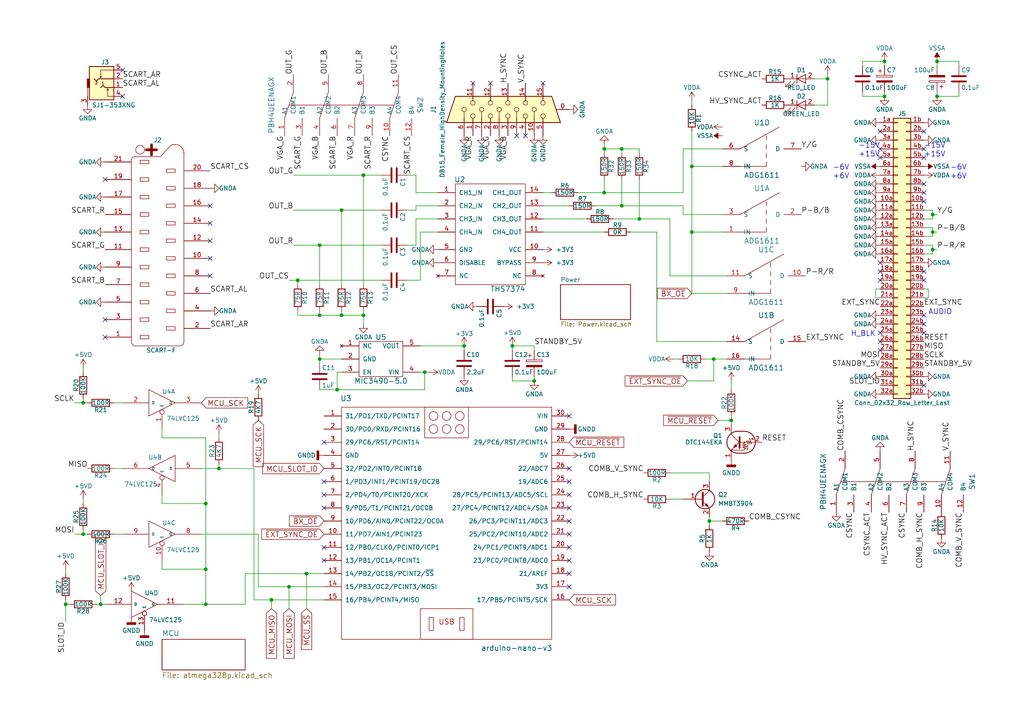
<source format=kicad_sch>
(kicad_sch (version 20231120) (generator "eeschema") (generator_version "8.0")
  (paper "A4")
  (title_block (title "BKM-129X Compatible SCART/VGA Board"))
  (lib_symbols
    (symbol "adg1611:ADG1611" (pin_names (offset 1.016))
      (property "Reference" "U" (at 0 7.62 0))
      (property "Value" "ADG1611" (at 0 -7.62 0))
      (symbol "ADG1611_0_1"
        (pin power_in line (at -11.43 6.35 0) (length 5.08) hide (name "VDD") (number "13"))
        (pin power_in line (at -11.43 3.81 0) (length 5.08) hide (name "VSS") (number "4"))
        (pin power_in line (at 11.43 -5.08 180) (length 5.08) hide (name "GND") (number "5"))
      )
      (symbol "ADG1611_1_1"
        (pin input line (at -11.43 -5.08 0) (length 5.08) (name "IN") (number "1"))
        (pin bidirectional line (at 11.43 0 180) (length 5.08) (name "D") (number "2"))
        (pin bidirectional line (at -11.43 0 0) (length 5.08) (name "S") (number "3"))
      )
      (symbol "ADG1611_2_1"
        (pin bidirectional line (at -11.43 0 0) (length 5.08) (name "S") (number "14"))
        (pin bidirectional line (at 11.43 0 180) (length 5.08) (name "D") (number "15"))
        (pin input line (at -11.43 -5.08 0) (length 5.08) (name "IN") (number "16"))
      )
      (symbol "ADG1611_3_1"
        (pin bidirectional line (at 11.43 0 180) (length 5.08) (name "D") (number "10"))
        (pin bidirectional line (at -11.43 0 0) (length 5.08) (name "S") (number "11"))
        (pin input line (at -11.43 -5.08 0) (length 5.08) (name "IN") (number "9"))
      )
      (symbol "ADG1611_4_1"
        (pin bidirectional line (at -11.43 0 0) (length 5.08) (name "S") (number "6"))
        (pin bidirectional line (at 11.43 0 180) (length 5.08) (name "D") (number "7"))
        (pin input line (at -11.43 -5.08 0) (length 5.08) (name "IN") (number "8"))
      )
    )
    (symbol "arduino-nano-v3:arduino-nano-v3" (pin_names (offset 1.016))
      (property "Reference" "U" (at -29.21 31.75 0))
      (property "Value" "arduino-nano-v3" (at 20.32 -40.64 0))
      (symbol "arduino-nano-v3_0_0"
        (text "USB" (at 0 -33.02 0) (effects (font (size 1.524 1.524))))
      )
      (symbol "arduino-nano-v3_1_1"
        (pin bidirectional line (at -35.56 26.67 0) (length 5.08) (name "31/PD1/TXD/PCINT17") (number "1"))
        (pin bidirectional line (at -35.56 -7.62 0) (length 5.08) (name "11/PD7/AIN1/PCINT23") (number "10"))
        (pin bidirectional line (at -35.56 -11.43 0) (length 5.08) (name "12/PB0/CLK0/PCINT0/ICP1") (number "11"))
        (pin bidirectional line (at -35.56 -15.24 0) (length 5.08) (name "13/PB1/OC1A/PCINT1") (number "12"))
        (pin bidirectional line (at -35.56 -19.05 0) (length 5.08) (name "14/PB2/OC1B/PCINT2/~{SS}") (number "13"))
        (pin bidirectional line (at -35.56 -22.86 0) (length 5.08) (name "15/PB3/OC2/PCINT3/MOSI") (number "14"))
        (pin bidirectional line (at -35.56 -26.67 0) (length 5.08) (name "16/PB4/PCINT4/MISO") (number "15"))
        (pin bidirectional line (at 35.56 -26.67 180) (length 5.08) (name "17/PB5/PCINT5/SCK") (number "16"))
        (pin power_out line (at 35.56 -22.86 180) (length 5.08) (name "3V3") (number "17"))
        (pin input line (at 35.56 -19.05 180) (length 5.08) (name "21/AREF") (number "18"))
        (pin bidirectional line (at 35.56 -15.24 180) (length 5.08) (name "23/PC0/PCINT8/ADC0") (number "19"))
        (pin bidirectional line (at -35.56 22.86 0) (length 5.08) (name "30/PD0/RXD/PCINT16") (number "2"))
        (pin bidirectional line (at 35.56 -11.43 180) (length 5.08) (name "24/PC1/PCINT9/ADC1") (number "20"))
        (pin bidirectional line (at 35.56 -7.62 180) (length 5.08) (name "25/PC2/PCINT10/ADC2") (number "21"))
        (pin bidirectional line (at 35.56 -3.81 180) (length 5.08) (name "26/PC3/PCINT11/ADC3") (number "22"))
        (pin bidirectional line (at 35.56 0 180) (length 5.08) (name "27/PC4/PCINT12/ADC4/SDA") (number "23"))
        (pin bidirectional line (at 35.56 3.81 180) (length 5.08) (name "28/PC5/PCINT13/ADC5/SCL") (number "24"))
        (pin input line (at 35.56 7.62 180) (length 5.08) (name "19/ADC6") (number "25"))
        (pin input line (at 35.56 11.43 180) (length 5.08) (name "22/ADC7") (number "26"))
        (pin power_out line (at 35.56 15.24 180) (length 5.08) (name "5V") (number "27"))
        (pin power_out line (at 35.56 19.05 180) (length 5.08) (name "29/PC6/RST/PCINT14") (number "28"))
        (pin power_in line (at 35.56 22.86 180) (length 5.08) (name "GND") (number "29"))
        (pin bidirectional line (at -35.56 19.05 0) (length 5.08) (name "29/PC6/RST/PCINT14") (number "3"))
        (pin power_in line (at 35.56 26.67 180) (length 5.08) (name "VIN") (number "30"))
        (pin power_in line (at -35.56 15.24 0) (length 5.08) (name "GND") (number "4"))
        (pin bidirectional line (at -35.56 11.43 0) (length 5.08) (name "32/PD2/INT0/PCINT18") (number "5"))
        (pin bidirectional line (at -35.56 7.62 0) (length 5.08) (name "1/PD3/INT1/PCINT19/OC2B") (number "6"))
        (pin bidirectional line (at -35.56 3.81 0) (length 5.08) (name "2/PD4/T0/PCINT20/XCK") (number "7"))
        (pin bidirectional line (at -35.56 0 0) (length 5.08) (name "9/PD5/T1/PCINT21/OC0B") (number "8"))
        (pin bidirectional line (at -35.56 -3.81 0) (length 5.08) (name "10/PD6/AIN0/PCINT22/OC0A") (number "9"))
      )
    )
    (symbol "bkm-129x-scart-vga-rescue:+3.3V-power" (power) (pin_names (offset 0))
      (property "Value" "power_+3.3V" (at 0 3.556 0))
      (symbol "+3.3V-power_1_1"
        (pin power_in line (at 0 0 90) (length 0) hide (name "+3V3") (number "1"))
      )
    )
    (symbol "bkm-129x-scart-vga-rescue:+5VD-power" (power) (pin_names (offset 0))
      (property "Value" "power_+5VD" (at 0 3.556 0))
      (symbol "+5VD-power_1_1"
        (pin power_in line (at 0 0 90) (length 0) hide (name "+5VD") (number "1"))
      )
    )
    (symbol "bkm-129x-scart-vga-rescue:74LVC125" (pin_names (offset 0.762))
      (property "Reference" "U" (at 0 2.54 0))
      (property "Value" "74LVC125" (at 1.27 -3.81 0))
      (symbol "74LVC125_0_0"
        (pin power_in line (at -3.81 3.81 270) (length 0) hide (name "VCC") (number "14"))
        (pin power_in line (at -3.81 -3.81 90) (length 0) hide (name "GND") (number "7"))
      )
      (symbol "74LVC125_1_0"
        (pin input inverted (at 0 -7.62 90) (length 5.588) (name "E") (number "1"))
      )
      (symbol "74LVC125_1_1"
        (pin input line (at -11.43 0 0) (length 7.62) (name "D") (number "2"))
        (pin tri_state line (at 11.43 0 180) (length 7.62) (name "O") (number "3"))
      )
      (symbol "74LVC125_2_0"
        (pin input inverted (at 0 -7.62 90) (length 5.588) (name "E") (number "4"))
      )
      (symbol "74LVC125_2_1"
        (pin input line (at -11.43 0 0) (length 7.62) (name "D") (number "5"))
        (pin tri_state line (at 11.43 0 180) (length 7.62) (name "O") (number "6"))
      )
      (symbol "74LVC125_3_0"
        (pin input inverted (at 0 -7.62 90) (length 5.588) (name "E") (number "10"))
      )
      (symbol "74LVC125_3_1"
        (pin tri_state line (at 11.43 0 180) (length 7.62) (name "O") (number "8"))
        (pin input line (at -11.43 0 0) (length 7.62) (name "D") (number "9"))
      )
      (symbol "74LVC125_4_0"
        (pin input inverted (at 0 -7.62 90) (length 5.588) (name "E") (number "13"))
      )
      (symbol "74LVC125_4_1"
        (pin tri_state line (at 11.43 0 180) (length 7.62) (name "O") (number "11"))
        (pin input line (at -11.43 0 0) (length 7.62) (name "D") (number "12"))
      )
    )
    (symbol "bkm-129x-scart-vga-rescue:Audio-Jack-3_2Switches" (pin_names (offset 1.016))
      (property "Reference" "J" (at 0 7.366 0))
      (property "Value" "Audio-Jack-3_2Switches" (at -3.81 -5.08 0))
      (symbol "Audio-Jack-3_2Switches_0_0"
        (text "1" (at -0.635 1.27 0) (effects (font (size 0.762 0.762))))
        (text "2" (at -2.54 1.27 0) (effects (font (size 0.762 0.762))))
      )
      (symbol "Audio-Jack-3_2Switches_1_1"
        (pin passive line (at 5.08 0 180) (length 2.54) (name "~") (number "1"))
        (pin passive line (at 5.08 2.54 180) (length 2.54) (name "~") (number "2"))
        (pin passive line (at -5.08 -5.08 90) (length 2.54) (name "~") (number "3"))
        (pin passive line (at 5.08 -2.54 180) (length 2.54) (name "~") (number "4"))
        (pin passive line (at 5.08 5.08 180) (length 2.54) (name "~") (number "5"))
      )
    )
    (symbol "bkm-129x-scart-vga-rescue:C" (pin_numbers hide) (pin_names (offset 0.254))
      (property "Reference" "C" (at 0.635 2.54 0))
      (property "Value" "C" (at 0.635 -2.54 0))
      (symbol "C_1_1"
        (pin passive line (at 0 3.81 270) (length 2.794) (name "~") (number "1"))
        (pin passive line (at 0 -3.81 90) (length 2.794) (name "~") (number "2"))
      )
    )
    (symbol "bkm-129x-scart-vga-rescue:CP" (pin_numbers hide) (pin_names (offset 0.254))
      (property "Reference" "C" (at 0.635 2.54 0))
      (property "Value" "CP" (at 0.635 -2.54 0))
      (symbol "CP_1_1"
        (pin passive line (at 0 3.81 270) (length 2.794) (name "~") (number "1"))
        (pin passive line (at 0 -3.81 90) (length 2.794) (name "~") (number "2"))
      )
    )
    (symbol "bkm-129x-scart-vga-rescue:Conn_02x32_Row_Letter_Last" (pin_names (offset 1.016) hide)
      (property "Reference" "J" (at 1.27 40.64 0))
      (property "Value" "Conn_02x32_Row_Letter_Last" (at 1.27 -43.18 0))
      (symbol "Conn_02x32_Row_Letter_Last_1_1"
        (pin passive line (at -5.08 15.24 0) (length 3.81) (name "Pin_10a") (number "10a"))
        (pin passive line (at 7.62 15.24 180) (length 3.81) (name "Pin_10b") (number "10b"))
        (pin passive line (at -5.08 12.7 0) (length 3.81) (name "Pin_11a") (number "11a"))
        (pin passive line (at 7.62 12.7 180) (length 3.81) (name "Pin_11b") (number "11b"))
        (pin passive line (at -5.08 10.16 0) (length 3.81) (name "Pin_12a") (number "12a"))
        (pin passive line (at 7.62 10.16 180) (length 3.81) (name "Pin_12b") (number "12b"))
        (pin passive line (at -5.08 7.62 0) (length 3.81) (name "Pin_13a") (number "13a"))
        (pin passive line (at 7.62 7.62 180) (length 3.81) (name "Pin_13b") (number "13b"))
        (pin passive line (at -5.08 5.08 0) (length 3.81) (name "Pin_14a") (number "14a"))
        (pin passive line (at 7.62 5.08 180) (length 3.81) (name "Pin_14b") (number "14b"))
        (pin passive line (at -5.08 2.54 0) (length 3.81) (name "Pin_15a") (number "15a"))
        (pin passive line (at 7.62 2.54 180) (length 3.81) (name "Pin_15b") (number "15b"))
        (pin passive line (at -5.08 0 0) (length 3.81) (name "Pin_16a") (number "16a"))
        (pin passive line (at 7.62 0 180) (length 3.81) (name "Pin_16b") (number "16b"))
        (pin passive line (at -5.08 -2.54 0) (length 3.81) (name "Pin_17a") (number "17a"))
        (pin passive line (at 7.62 -2.54 180) (length 3.81) (name "Pin_17b") (number "17b"))
        (pin passive line (at -5.08 -5.08 0) (length 3.81) (name "Pin_18a") (number "18a"))
        (pin passive line (at 7.62 -5.08 180) (length 3.81) (name "Pin_18b") (number "18b"))
        (pin passive line (at -5.08 -7.62 0) (length 3.81) (name "Pin_19a") (number "19a"))
        (pin passive line (at 7.62 -7.62 180) (length 3.81) (name "Pin_19b") (number "19b"))
        (pin passive line (at -5.08 38.1 0) (length 3.81) (name "Pin_1a") (number "1a"))
        (pin passive line (at 7.62 38.1 180) (length 3.81) (name "Pin_1b") (number "1b"))
        (pin passive line (at -5.08 -10.16 0) (length 3.81) (name "Pin_20a") (number "20a"))
        (pin passive line (at 7.62 -10.16 180) (length 3.81) (name "Pin_20b") (number "20b"))
        (pin passive line (at -5.08 -12.7 0) (length 3.81) (name "Pin_21a") (number "21a"))
        (pin passive line (at 7.62 -12.7 180) (length 3.81) (name "Pin_21b") (number "21b"))
        (pin passive line (at -5.08 -15.24 0) (length 3.81) (name "Pin_22a") (number "22a"))
        (pin passive line (at 7.62 -15.24 180) (length 3.81) (name "Pin_22b") (number "22b"))
        (pin passive line (at -5.08 -17.78 0) (length 3.81) (name "Pin_23a") (number "23a"))
        (pin passive line (at 7.62 -17.78 180) (length 3.81) (name "Pin_23b") (number "23b"))
        (pin passive line (at -5.08 -20.32 0) (length 3.81) (name "Pin_24a") (number "24a"))
        (pin passive line (at 7.62 -20.32 180) (length 3.81) (name "Pin_24b") (number "24b"))
        (pin passive line (at -5.08 -22.86 0) (length 3.81) (name "Pin_25a") (number "25a"))
        (pin passive line (at 7.62 -22.86 180) (length 3.81) (name "Pin_25b") (number "25b"))
        (pin passive line (at -5.08 -25.4 0) (length 3.81) (name "Pin_26a") (number "26a"))
        (pin passive line (at 7.62 -25.4 180) (length 3.81) (name "Pin_26b") (number "26b"))
        (pin passive line (at -5.08 -27.94 0) (length 3.81) (name "Pin_27a") (number "27a"))
        (pin passive line (at 7.62 -27.94 180) (length 3.81) (name "Pin_27b") (number "27b"))
        (pin passive line (at -5.08 -30.48 0) (length 3.81) (name "Pin_28a") (number "28a"))
        (pin passive line (at 7.62 -30.48 180) (length 3.81) (name "Pin_28b") (number "28b"))
        (pin passive line (at -5.08 -33.02 0) (length 3.81) (name "Pin_29a") (number "29a"))
        (pin passive line (at 7.62 -33.02 180) (length 3.81) (name "Pin_29b") (number "29b"))
        (pin passive line (at -5.08 35.56 0) (length 3.81) (name "Pin_2a") (number "2a"))
        (pin passive line (at 7.62 35.56 180) (length 3.81) (name "Pin_2b") (number "2b"))
        (pin passive line (at -5.08 -35.56 0) (length 3.81) (name "Pin_30a") (number "30a"))
        (pin passive line (at 7.62 -35.56 180) (length 3.81) (name "Pin_30b") (number "30b"))
        (pin passive line (at -5.08 -38.1 0) (length 3.81) (name "Pin_31a") (number "31a"))
        (pin passive line (at 7.62 -38.1 180) (length 3.81) (name "Pin_31b") (number "31b"))
        (pin passive line (at -5.08 -40.64 0) (length 3.81) (name "Pin_32a") (number "32a"))
        (pin passive line (at 7.62 -40.64 180) (length 3.81) (name "Pin_32b") (number "32b"))
        (pin passive line (at -5.08 33.02 0) (length 3.81) (name "Pin_3a") (number "3a"))
        (pin passive line (at 7.62 33.02 180) (length 3.81) (name "Pin_3b") (number "3b"))
        (pin passive line (at -5.08 30.48 0) (length 3.81) (name "Pin_4a") (number "4a"))
        (pin passive line (at 7.62 30.48 180) (length 3.81) (name "Pin_4b") (number "4b"))
        (pin passive line (at -5.08 27.94 0) (length 3.81) (name "Pin_5a") (number "5a"))
        (pin passive line (at 7.62 27.94 180) (length 3.81) (name "Pin_5b") (number "5b"))
        (pin passive line (at -5.08 25.4 0) (length 3.81) (name "Pin_6a") (number "6a"))
        (pin passive line (at 7.62 25.4 180) (length 3.81) (name "Pin_6b") (number "6b"))
        (pin passive line (at -5.08 22.86 0) (length 3.81) (name "Pin_7a") (number "7a"))
        (pin passive line (at 7.62 22.86 180) (length 3.81) (name "Pin_7b") (number "7b"))
        (pin passive line (at -5.08 20.32 0) (length 3.81) (name "Pin_8a") (number "8a"))
        (pin passive line (at 7.62 20.32 180) (length 3.81) (name "Pin_8b") (number "8b"))
        (pin passive line (at -5.08 17.78 0) (length 3.81) (name "Pin_9a") (number "9a"))
        (pin passive line (at 7.62 17.78 180) (length 3.81) (name "Pin_9b") (number "9b"))
      )
    )
    (symbol "bkm-129x-scart-vga-rescue:DB15_Female_HighDensity_MountingHoles" (pin_names (offset 1.016) hide)
      (property "Reference" "J" (at 0 21.59 0))
      (property "Value" "DB15_Female_HighDensity_MountingHoles" (at 0 19.05 0))
      (symbol "DB15_Female_HighDensity_MountingHoles_1_1"
        (pin passive line (at 0 -17.78 90) (length 3.81) (name "~") (number "0"))
        (pin passive line (at -7.62 10.16 0) (length 5.08) (name "~") (number "1"))
        (pin passive line (at -7.62 -7.62 0) (length 5.08) (name "~") (number "10"))
        (pin passive line (at 7.62 10.16 180) (length 5.08) (name "~") (number "11"))
        (pin passive line (at 7.62 5.08 180) (length 5.08) (name "~") (number "12"))
        (pin passive line (at 7.62 0 180) (length 5.08) (name "~") (number "13"))
        (pin passive line (at 7.62 -5.08 180) (length 5.08) (name "~") (number "14"))
        (pin passive line (at 7.62 -10.16 180) (length 5.08) (name "~") (number "15"))
        (pin passive line (at -7.62 5.08 0) (length 5.08) (name "~") (number "2"))
        (pin passive line (at -7.62 0 0) (length 5.08) (name "~") (number "3"))
        (pin passive line (at -7.62 -5.08 0) (length 5.08) (name "~") (number "4"))
        (pin passive line (at -7.62 -10.16 0) (length 5.08) (name "~") (number "5"))
        (pin passive line (at -7.62 12.7 0) (length 5.08) (name "~") (number "6"))
        (pin passive line (at -7.62 7.62 0) (length 5.08) (name "~") (number "7"))
        (pin passive line (at -7.62 2.54 0) (length 5.08) (name "~") (number "8"))
        (pin passive line (at -7.62 -2.54 0) (length 5.08) (name "~") (number "9"))
      )
    )
    (symbol "bkm-129x-scart-vga-rescue:GNDA-power" (power) (pin_names (offset 0))
      (property "Value" "power_GNDA" (at 0 -3.81 0))
      (symbol "GNDA-power_1_1"
        (pin power_in line (at 0 0 270) (length 0) hide (name "GNDA") (number "1"))
      )
    )
    (symbol "bkm-129x-scart-vga-rescue:GNDD-power" (power) (pin_names (offset 0))
      (property "Value" "power_GNDD" (at 0 -3.175 0))
      (symbol "GNDD-power_1_1"
        (pin power_in line (at 0 0 270) (length 0) hide (name "GNDD") (number "1"))
      )
    )
    (symbol "bkm-129x-scart-vga-rescue:LED" (pin_names (offset 1.016) hide)
      (property "Reference" "D" (at 0 2.54 0))
      (property "Value" "LED" (at 0 -2.54 0))
      (symbol "LED_1_1"
        (pin passive line (at -3.81 0 0) (length 2.54) (name "K") (number "1"))
        (pin passive line (at 3.81 0 180) (length 2.54) (name "A") (number "2"))
      )
    )
    (symbol "bkm-129x-scart-vga-rescue:Q_NPN_BEC" (pin_names (offset 0) hide)
      (property "Reference" "Q" (at 5.08 1.27 0))
      (property "Value" "Q_NPN_BEC" (at 5.08 -1.27 0))
      (symbol "Q_NPN_BEC_1_1"
        (pin input line (at -5.08 0 0) (length 5.715) (name "B") (number "1"))
        (pin passive line (at 2.54 -5.08 90) (length 2.54) (name "E") (number "2"))
        (pin passive line (at 2.54 5.08 270) (length 2.54) (name "C") (number "3"))
      )
    )
    (symbol "bkm-129x-scart-vga-rescue:R" (pin_numbers hide) (pin_names (offset 0))
      (property "Reference" "R" (at 2.032 0 90))
      (property "Value" "R" (at 0 0 90))
      (symbol "R_1_1"
        (pin passive line (at 0 3.81 270) (length 1.27) (name "~") (number "1"))
        (pin passive line (at 0 -3.81 90) (length 1.27) (name "~") (number "2"))
      )
    )
    (symbol "bkm-129x-scart-vga-rescue:SCART-F" (pin_names (offset 0.762) hide)
      (property "Reference" "J" (at 0 30.48 0))
      (property "Value" "SCART-F" (at 1.016 -30.48 0))
      (symbol "SCART-F_0_1"
        (text "+" (at -1.778 27.94 0) (effects (font (size 3.81 3.81) (bold yes))))
      )
      (symbol "SCART-F_1_1"
        (pin passive line (at -15.24 -26.67 0) (length 7.62) (name "P1") (number "1"))
        (pin passive line (at 15.24 -3.81 180) (length 7.62) (name "P10") (number "10"))
        (pin passive line (at -15.24 -1.27 0) (length 7.62) (name "P11") (number "11"))
        (pin passive line (at 15.24 1.27 180) (length 7.62) (name "P12") (number "12"))
        (pin passive line (at -15.24 3.81 0) (length 7.62) (name "P13") (number "13"))
        (pin passive line (at 15.24 6.35 180) (length 7.62) (name "P14") (number "14"))
        (pin passive line (at -15.24 8.89 0) (length 7.62) (name "P15") (number "15"))
        (pin passive line (at 15.24 11.43 180) (length 7.62) (name "P16") (number "16"))
        (pin passive line (at -15.24 13.97 0) (length 7.62) (name "P17") (number "17"))
        (pin passive line (at 15.24 16.51 180) (length 7.62) (name "P18") (number "18"))
        (pin passive line (at -15.24 19.05 0) (length 7.62) (name "P19") (number "19"))
        (pin passive line (at 15.24 -24.13 180) (length 7.62) (name "P2") (number "2"))
        (pin passive line (at 15.24 21.59 180) (length 7.62) (name "P20") (number "20"))
        (pin passive line (at -15.24 24.13 0) (length 7.62) (name "P21") (number "21"))
        (pin passive line (at -15.24 -21.59 0) (length 7.62) (name "P3") (number "3"))
        (pin passive line (at 15.24 -19.05 180) (length 7.62) (name "P4") (number "4"))
        (pin passive line (at -15.24 -16.51 0) (length 7.62) (name "P5") (number "5"))
        (pin passive line (at 15.24 -13.97 180) (length 7.62) (name "P6") (number "6"))
        (pin passive line (at -15.24 -11.43 0) (length 7.62) (name "P7") (number "7"))
        (pin passive line (at 15.24 -8.89 180) (length 7.62) (name "P8") (number "8"))
        (pin passive line (at -15.24 -6.35 0) (length 7.62) (name "P9") (number "9"))
      )
    )
    (symbol "bkm-129x-scart-vga-rescue:VDDA-power" (power) (pin_names (offset 0))
      (property "Value" "power_VDDA" (at 0 3.81 0))
      (symbol "VDDA-power_1_1"
        (pin power_in line (at 0 0 90) (length 0) hide (name "VDDA") (number "1"))
      )
    )
    (symbol "bkm-129x-scart-vga-rescue:VSSA-power" (power) (pin_names (offset 0))
      (property "Value" "power_VSSA" (at 0 3.81 0))
      (symbol "VSSA-power_1_1"
        (pin power_in line (at 0 0 90) (length 0) hide (name "VSSA") (number "1"))
      )
    )
    (symbol "dtc144eka:DTC144EKA" (pin_names (offset 0) hide)
      (property "Reference" "Q" (at 5.08 1.905 0))
      (property "Value" "DTC144EKA" (at 5.08 0 0))
      (symbol "DTC144EKA_0_0"
        (text "47k" (at -3.302 0.889 0) (effects (font (size 0.508 0.508))))
        (text "47k" (at -2.159 -1.524 900) (effects (font (size 0.508 0.508))))
      )
      (symbol "DTC144EKA_1_1"
        (pin passive line (at 2.54 -5.08 90) (length 2.54) (name "E") (number "1"))
        (pin input line (at -6.35 0 0) (length 2.54) (name "B") (number "2"))
        (pin passive line (at 2.54 5.08 270) (length 2.54) (name "C") (number "3"))
      )
    )
    (symbol "mic3490:MIC3490" (pin_names (offset 1.016))
      (property "Reference" "U" (at 0 6.35 0))
      (property "Value" "MIC3490" (at 0 -6.35 0))
      (symbol "MIC3490_1_1"
        (pin no_connect line (at -11.43 3.81 0) (length 5.08) (name "NC") (number "1"))
        (pin power_in line (at -11.43 0 0) (length 5.08) (name "GND") (number "2"))
        (pin input line (at -11.43 -3.81 0) (length 5.08) (name "EN") (number "3"))
        (pin power_in line (at 11.43 -3.81 180) (length 5.08) (name "VIN") (number "4"))
        (pin power_out line (at 11.43 3.81 180) (length 5.08) (name "VOUT") (number "5"))
      )
    )
    (symbol "pbsw_4pdt:PBSW_4PDT" (pin_names (offset 1.016))
      (property "Reference" "SW" (at 21.59 0 90))
      (property "Value" "PBSW_4PDT" (at -21.59 0 90))
      (symbol "PBSW_4PDT_1_1"
        (pin bidirectional line (at -17.78 -8.89 90) (length 5.08) (name "A1") (number "1"))
        (pin bidirectional line (at 12.7 -8.89 90) (length 5.08) (name "A4") (number "10"))
        (pin bidirectional line (at 15.24 8.89 270) (length 5.08) (name "COM4") (number "11"))
        (pin bidirectional line (at 19.05 -8.89 90) (length 5.08) (name "B4") (number "12"))
        (pin bidirectional line (at -15.24 8.89 270) (length 5.08) (name "COM1") (number "2"))
        (pin bidirectional line (at -12.7 -8.89 90) (length 5.08) (name "B1") (number "3"))
        (pin bidirectional line (at -7.62 -8.89 90) (length 5.08) (name "A2") (number "4"))
        (pin bidirectional line (at -5.08 8.89 270) (length 5.08) (name "COM2") (number "5"))
        (pin bidirectional line (at -2.54 -8.89 90) (length 5.08) (name "B2") (number "6"))
        (pin bidirectional line (at 2.54 -8.89 90) (length 5.08) (name "A3") (number "7"))
        (pin bidirectional line (at 5.08 8.89 270) (length 5.08) (name "COM3") (number "8"))
        (pin bidirectional line (at 7.62 -8.89 90) (length 5.08) (name "B3") (number "9"))
      )
    )
    (symbol "ths7374:THS7374" (pin_names (offset 1.016))
      (property "Reference" "U" (at -8.89 16.51 0))
      (property "Value" "THS7374" (at 5.08 -15.24 0))
      (symbol "THS7374_1_1"
        (pin input line (at -15.24 12.7 0) (length 5.08) (name "CH1_IN") (number "1"))
        (pin power_in line (at 15.24 -3.81 180) (length 5.08) (name "VCC") (number "10"))
        (pin output line (at 15.24 1.27 180) (length 5.08) (name "CH4_OUT") (number "11"))
        (pin output line (at 15.24 5.08 180) (length 5.08) (name "CH3_OUT") (number "12"))
        (pin output line (at 15.24 8.89 180) (length 5.08) (name "CH2_OUT") (number "13"))
        (pin output line (at 15.24 12.7 180) (length 5.08) (name "CH1_OUT") (number "14"))
        (pin input line (at -15.24 8.89 0) (length 5.08) (name "CH2_IN") (number "2"))
        (pin input line (at -15.24 5.08 0) (length 5.08) (name "CH3_IN") (number "3"))
        (pin input line (at -15.24 1.27 0) (length 5.08) (name "CH4_IN") (number "4"))
        (pin power_in line (at -15.24 -3.81 0) (length 5.08) (name "GND") (number "5"))
        (pin power_in line (at -15.24 -7.62 0) (length 5.08) (name "DISABLE") (number "6"))
        (pin no_connect line (at -15.24 -11.43 0) (length 5.08) (name "NC") (number "7"))
        (pin no_connect line (at 15.24 -11.43 180) (length 5.08) (name "NC") (number "8"))
        (pin power_in line (at 15.24 -7.62 180) (length 5.08) (name "BYPASS") (number "9"))
      )
    )
  )
  (junction (at 78.74 173.99))
  (junction (at 148.59 100.33))
  (junction (at 59.69 146.05))
  (junction (at 88.9 166.37))
  (junction (at 200.66 67.31))
  (junction (at 63.5 135.89))
  (junction (at 212.09 121.92))
  (junction (at 105.41 50.8))
  (junction (at 97.79 113.03))
  (junction (at 271.78 27.94))
  (junction (at 92.71 91.44))
  (junction (at 29.21 175.26))
  (junction (at 270.51 62.23))
  (junction (at 92.71 104.14))
  (junction (at 92.71 71.12))
  (junction (at 154.94 110.49))
  (junction (at 240.03 22.86))
  (junction (at 207.01 104.14))
  (junction (at 24.13 154.94))
  (junction (at 59.69 175.26))
  (junction (at 256.54 27.94))
  (junction (at 19.05 175.26))
  (junction (at 256.54 17.78))
  (junction (at 180.34 43.18))
  (junction (at 24.13 116.84))
  (junction (at 185.42 63.5))
  (junction (at 205.74 151.13))
  (junction (at 123.19 107.95))
  (junction (at 175.26 43.18))
  (junction (at 134.62 100.33))
  (junction (at 86.36 81.28))
  (junction (at 271.78 17.78))
  (junction (at 270.51 72.39))
  (junction (at 59.69 165.1))
  (junction (at 83.82 170.18))
  (junction (at 175.26 55.88))
  (junction (at 99.06 60.96))
  (junction (at 270.51 67.31))
  (junction (at 200.66 48.26))
  (junction (at 105.41 91.44))
  (junction (at 180.34 59.69))
  (junction (at 99.06 91.44))
  (no_connect (at 165.1 120.65))
  (no_connect (at 267.97 78.74))
  (no_connect (at 267.97 53.34))
  (no_connect (at 93.98 139.7))
  (no_connect (at 165.1 139.7))
  (no_connect (at 93.98 162.56))
  (no_connect (at 165.1 170.18))
  (no_connect (at 35.56 20.32))
  (no_connect (at 267.97 45.72))
  (no_connect (at 35.56 27.94))
  (no_connect (at 157.48 24.13))
  (no_connect (at 93.98 128.27))
  (no_connect (at 93.98 147.32))
  (no_connect (at 255.27 96.52))
  (no_connect (at 165.1 135.89))
  (no_connect (at 30.48 97.79))
  (no_connect (at 165.1 147.32))
  (no_connect (at 93.98 158.75))
  (no_connect (at 152.4 39.37))
  (no_connect (at 165.1 143.51))
  (no_connect (at 267.97 81.28))
  (no_connect (at 142.24 24.13))
  (no_connect (at 165.1 162.56))
  (no_connect (at 255.27 78.74))
  (no_connect (at 267.97 91.44))
  (no_connect (at 255.27 38.1))
  (no_connect (at 165.1 151.13))
  (no_connect (at 267.97 111.76))
  (no_connect (at 137.16 24.13))
  (no_connect (at 30.48 92.71))
  (no_connect (at 255.27 43.18))
  (no_connect (at 255.27 101.6))
  (no_connect (at 60.96 80.01))
  (no_connect (at 255.27 45.72))
  (no_connect (at 149.86 39.37))
  (no_connect (at 60.96 69.85))
  (no_connect (at 267.97 55.88))
  (no_connect (at 60.96 74.93))
  (no_connect (at 30.48 52.07))
  (no_connect (at 267.97 38.1))
  (no_connect (at 255.27 99.06))
  (no_connect (at 267.97 96.52))
  (no_connect (at 267.97 43.18))
  (no_connect (at 165.1 166.37))
  (no_connect (at 267.97 93.98))
  (no_connect (at 267.97 58.42))
  (no_connect (at 60.96 64.77))
  (no_connect (at 165.1 158.75))
  (no_connect (at 255.27 81.28))
  (no_connect (at 255.27 76.2))
  (no_connect (at 60.96 59.69))
  (no_connect (at 165.1 154.94))
  (no_connect (at 93.98 143.51))
  (wire (pts (xy 236.22 22.86) (xy 240.03 22.86)))
  (wire (pts (xy 271.78 19.05) (xy 271.78 17.78)))
  (wire (pts (xy 73.66 135.89) (xy 63.5 135.89)))
  (wire (pts (xy 118.11 81.28) (xy 121.92 81.28)))
  (wire (pts (xy 198.12 55.88) (xy 198.12 43.18)))
  (wire (pts (xy 212.09 110.49) (xy 212.09 113.03)))
  (wire (pts (xy 271.78 27.94) (xy 271.78 26.67)))
  (wire (pts (xy 175.26 43.18) (xy 175.26 44.45)))
  (wire (pts (xy 63.5 127) (xy 63.5 125.73)))
  (wire (pts (xy 53.34 175.26) (xy 59.69 175.26)))
  (wire (pts (xy 134.62 100.33) (xy 134.62 101.6)))
  (wire (pts (xy 21.59 116.84) (xy 24.13 116.84)))
  (wire (pts (xy 200.66 67.31) (xy 200.66 85.09)))
  (wire (pts (xy 63.5 135.89) (xy 58.42 135.89)))
  (wire (pts (xy 88.9 176.53) (xy 88.9 166.37)))
  (wire (pts (xy 180.34 52.07) (xy 180.34 59.69)))
  (wire (pts (xy 92.71 91.44) (xy 92.71 90.17)))
  (wire (pts (xy 21.59 154.94) (xy 24.13 154.94)))
  (wire (pts (xy 86.36 82.55) (xy 86.36 81.28)))
  (wire (pts (xy 172.72 59.69) (xy 180.34 59.69)))
  (wire (pts (xy 207.01 110.49) (xy 207.01 104.14)))
  (wire (pts (xy 118.11 50.8) (xy 120.65 50.8)))
  (wire (pts (xy 33.02 135.89) (xy 35.56 135.89)))
  (wire (pts (xy 92.71 113.03) (xy 97.79 113.03)))
  (wire (pts (xy 148.59 109.22) (xy 148.59 110.49)))
  (wire (pts (xy 175.26 52.07) (xy 175.26 55.88)))
  (wire (pts (xy 123.19 113.03) (xy 123.19 107.95)))
  (wire (pts (xy 198.12 59.69) (xy 198.12 62.23)))
  (wire (pts (xy 200.66 67.31) (xy 209.55 67.31)))
  (wire (pts (xy 154.94 110.49) (xy 154.94 109.22)))
  (wire (pts (xy 86.36 91.44) (xy 92.71 91.44)))
  (wire (pts (xy 24.13 146.05) (xy 24.13 144.78)))
  (wire (pts (xy 24.13 116.84) (xy 25.4 116.84)))
  (wire (pts (xy 92.71 104.14) (xy 92.71 105.41)))
  (wire (pts (xy 46.99 143.51) (xy 46.99 146.05)))
  (wire (pts (xy 200.66 48.26) (xy 200.66 67.31)))
  (wire (pts (xy 240.03 22.86) (xy 240.03 30.48)))
  (wire (pts (xy 269.24 86.36) (xy 267.97 86.36)))
  (wire (pts (xy 46.99 146.05) (xy 59.69 146.05)))
  (wire (pts (xy 270.51 63.5) (xy 267.97 63.5)))
  (wire (pts (xy 24.13 154.94) (xy 25.4 154.94)))
  (wire (pts (xy 270.51 62.23) (xy 270.51 63.5)))
  (wire (pts (xy 19.05 165.1) (xy 19.05 166.37)))
  (wire (pts (xy 120.65 59.69) (xy 120.65 60.96)))
  (wire (pts (xy 88.9 166.37) (xy 93.98 166.37)))
  (wire (pts (xy 74.93 154.94) (xy 58.42 154.94)))
  (wire (pts (xy 204.47 104.14) (xy 207.01 104.14)))
  (wire (pts (xy 24.13 153.67) (xy 24.13 154.94)))
  (wire (pts (xy 185.42 52.07) (xy 185.42 63.5)))
  (wire (pts (xy 148.59 110.49) (xy 154.94 110.49)))
  (wire (pts (xy 270.51 72.39) (xy 270.51 73.66)))
  (wire (pts (xy 205.74 137.16) (xy 205.74 139.7)))
  (wire (pts (xy 207.01 104.14) (xy 210.82 104.14)))
  (wire (pts (xy 105.41 82.55) (xy 105.41 50.8)))
  (wire (pts (xy 63.5 134.62) (xy 63.5 135.89)))
  (wire (pts (xy 120.65 55.88) (xy 127 55.88)))
  (wire (pts (xy 270.51 67.31) (xy 270.51 68.58)))
  (wire (pts (xy 180.34 43.18) (xy 185.42 43.18)))
  (wire (pts (xy 212.09 120.65) (xy 212.09 121.92)))
  (wire (pts (xy 271.78 17.78) (xy 278.13 17.78)))
  (wire (pts (xy 97.79 107.95) (xy 97.79 113.03)))
  (wire (pts (xy 190.5 67.31) (xy 190.5 99.06)))
  (wire (pts (xy 121.92 100.33) (xy 134.62 100.33)))
  (wire (pts (xy 180.34 59.69) (xy 198.12 59.69)))
  (wire (pts (xy 78.74 176.53) (xy 78.74 173.99)))
  (wire (pts (xy 250.19 19.05) (xy 250.19 17.78)))
  (wire (pts (xy 29.21 175.26) (xy 30.48 175.26)))
  (wire (pts (xy 59.69 175.26) (xy 71.12 175.26)))
  (wire (pts (xy 205.74 149.86) (xy 205.74 151.13)))
  (wire (pts (xy 92.71 82.55) (xy 92.71 71.12)))
  (wire (pts (xy 205.74 151.13) (xy 205.74 152.4)))
  (wire (pts (xy 270.51 71.12) (xy 270.51 72.39)))
  (wire (pts (xy 270.51 72.39) (xy 271.78 72.39)))
  (wire (pts (xy 154.94 100.33) (xy 154.94 101.6)))
  (wire (pts (xy 123.19 107.95) (xy 124.46 107.95)))
  (wire (pts (xy 198.12 62.23) (xy 209.55 62.23)))
  (wire (pts (xy 97.79 113.03) (xy 123.19 113.03)))
  (wire (pts (xy 93.98 170.18) (xy 83.82 170.18)))
  (wire (pts (xy 118.11 71.12) (xy 120.65 71.12)))
  (wire (pts (xy 86.36 90.17) (xy 86.36 91.44)))
  (wire (pts (xy 278.13 26.67) (xy 278.13 27.94)))
  (wire (pts (xy 270.51 62.23) (xy 271.78 62.23)))
  (wire (pts (xy 185.42 63.5) (xy 194.31 63.5)))
  (wire (pts (xy 92.71 91.44) (xy 99.06 91.44)))
  (wire (pts (xy 71.12 175.26) (xy 71.12 166.37)))
  (wire (pts (xy 24.13 115.57) (xy 24.13 116.84)))
  (wire (pts (xy 59.69 165.1) (xy 59.69 175.26)))
  (wire (pts (xy 120.65 71.12) (xy 120.65 63.5)))
  (wire (pts (xy 105.41 50.8) (xy 110.49 50.8)))
  (wire (pts (xy 33.02 116.84) (xy 35.56 116.84)))
  (wire (pts (xy 148.59 100.33) (xy 154.94 100.33)))
  (wire (pts (xy 267.97 66.04) (xy 270.51 66.04)))
  (wire (pts (xy 175.26 55.88) (xy 198.12 55.88)))
  (wire (pts (xy 157.48 63.5) (xy 170.18 63.5)))
  (wire (pts (xy 121.92 67.31) (xy 127 67.31)))
  (wire (pts (xy 200.66 38.1) (xy 200.66 48.26)))
  (wire (pts (xy 78.74 173.99) (xy 73.66 173.99)))
  (wire (pts (xy 83.82 176.53) (xy 83.82 170.18)))
  (wire (pts (xy 46.99 165.1) (xy 59.69 165.1)))
  (wire (pts (xy 83.82 170.18) (xy 74.93 170.18)))
  (wire (pts (xy 83.82 81.28) (xy 86.36 81.28)))
  (wire (pts (xy 59.69 146.05) (xy 59.69 165.1)))
  (wire (pts (xy 194.31 144.78) (xy 198.12 144.78)))
  (wire (pts (xy 200.66 85.09) (xy 210.82 85.09)))
  (wire (pts (xy 254 86.36) (xy 255.27 86.36)))
  (wire (pts (xy 240.03 30.48) (xy 236.22 30.48)))
  (wire (pts (xy 29.21 175.26) (xy 29.21 172.72)))
  (wire (pts (xy 185.42 43.18) (xy 185.42 44.45)))
  (wire (pts (xy 195.58 104.14) (xy 196.85 104.14)))
  (wire (pts (xy 278.13 17.78) (xy 278.13 19.05)))
  (wire (pts (xy 199.39 110.49) (xy 207.01 110.49)))
  (wire (pts (xy 99.06 60.96) (xy 110.49 60.96)))
  (wire (pts (xy 99.06 91.44) (xy 99.06 90.17)))
  (wire (pts (xy 200.66 30.48) (xy 200.66 29.21)))
  (wire (pts (xy 27.94 175.26) (xy 29.21 175.26)))
  (wire (pts (xy 255.27 83.82) (xy 254 83.82)))
  (wire (pts (xy 86.36 81.28) (xy 110.49 81.28)))
  (wire (pts (xy 157.48 55.88) (xy 160.02 55.88)))
  (wire (pts (xy 85.09 60.96) (xy 99.06 60.96)))
  (wire (pts (xy 256.54 27.94) (xy 256.54 26.67)))
  (wire (pts (xy 120.65 63.5) (xy 127 63.5)))
  (wire (pts (xy 24.13 107.95) (xy 24.13 106.68)))
  (wire (pts (xy 270.51 60.96) (xy 270.51 62.23)))
  (wire (pts (xy 19.05 175.26) (xy 19.05 180.34)))
  (wire (pts (xy 182.88 67.31) (xy 190.5 67.31)))
  (wire (pts (xy 73.66 173.99) (xy 73.66 135.89)))
  (wire (pts (xy 194.31 137.16) (xy 205.74 137.16)))
  (wire (pts (xy 92.71 102.87) (xy 92.71 104.14)))
  (wire (pts (xy 157.48 67.31) (xy 175.26 67.31)))
  (wire (pts (xy 209.55 48.26) (xy 200.66 48.26)))
  (wire (pts (xy 212.09 121.92) (xy 212.09 123.19)))
  (wire (pts (xy 278.13 27.94) (xy 271.78 27.94)))
  (wire (pts (xy 254 83.82) (xy 254 86.36)))
  (wire (pts (xy 46.99 124.46) (xy 46.99 127)))
  (wire (pts (xy 33.02 154.94) (xy 35.56 154.94)))
  (wire (pts (xy 250.19 27.94) (xy 250.19 26.67)))
  (wire (pts (xy 270.51 66.04) (xy 270.51 67.31)))
  (wire (pts (xy 190.5 99.06) (xy 210.82 99.06)))
  (wire (pts (xy 250.19 17.78) (xy 256.54 17.78)))
  (wire (pts (xy 121.92 81.28) (xy 121.92 67.31)))
  (wire (pts (xy 59.69 127) (xy 59.69 146.05)))
  (wire (pts (xy 256.54 27.94) (xy 250.19 27.94)))
  (wire (pts (xy 120.65 60.96) (xy 118.11 60.96)))
  (wire (pts (xy 148.59 101.6) (xy 148.59 100.33)))
  (wire (pts (xy 269.24 83.82) (xy 269.24 86.36)))
  (wire (pts (xy 74.93 170.18) (xy 74.93 154.94)))
  (wire (pts (xy 99.06 91.44) (xy 105.41 91.44)))
  (wire (pts (xy 205.74 151.13) (xy 209.55 151.13)))
  (wire (pts (xy 256.54 19.05) (xy 256.54 17.78)))
  (wire (pts (xy 240.03 21.59) (xy 240.03 22.86)))
  (wire (pts (xy 85.09 71.12) (xy 92.71 71.12)))
  (wire (pts (xy 267.97 71.12) (xy 270.51 71.12)))
  (wire (pts (xy 121.92 107.95) (xy 123.19 107.95)))
  (wire (pts (xy 71.12 166.37) (xy 88.9 166.37)))
  (wire (pts (xy 120.65 59.69) (xy 127 59.69)))
  (wire (pts (xy 92.71 71.12) (xy 110.49 71.12)))
  (wire (pts (xy 194.31 80.01) (xy 210.82 80.01)))
  (wire (pts (xy 85.09 50.8) (xy 105.41 50.8)))
  (wire (pts (xy 157.48 59.69) (xy 165.1 59.69)))
  (wire (pts (xy 19.05 173.99) (xy 19.05 175.26)))
  (wire (pts (xy 19.05 175.26) (xy 20.32 175.26)))
  (wire (pts (xy 267.97 60.96) (xy 270.51 60.96)))
  (wire (pts (xy 99.06 107.95) (xy 97.79 107.95)))
  (wire (pts (xy 105.41 90.17) (xy 105.41 91.44)))
  (wire (pts (xy 175.26 41.91) (xy 175.26 43.18)))
  (wire (pts (xy 92.71 104.14) (xy 99.06 104.14)))
  (wire (pts (xy 167.64 55.88) (xy 175.26 55.88)))
  (wire (pts (xy 208.28 121.92) (xy 212.09 121.92)))
  (wire (pts (xy 93.98 173.99) (xy 78.74 173.99)))
  (wire (pts (xy 120.65 50.8) (xy 120.65 55.88)))
  (wire (pts (xy 270.51 67.31) (xy 271.78 67.31)))
  (wire (pts (xy 175.26 43.18) (xy 180.34 43.18)))
  (wire (pts (xy 194.31 63.5) (xy 194.31 80.01)))
  (wire (pts (xy 270.51 68.58) (xy 267.97 68.58)))
  (wire (pts (xy 177.8 63.5) (xy 185.42 63.5)))
  (wire (pts (xy 180.34 44.45) (xy 180.34 43.18)))
  (wire (pts (xy 270.51 73.66) (xy 267.97 73.66)))
  (wire (pts (xy 105.41 91.44) (xy 105.41 93.98)))
  (wire (pts (xy 198.12 43.18) (xy 209.55 43.18)))
  (wire (pts (xy 46.99 162.56) (xy 46.99 165.1)))
  (wire (pts (xy 46.99 127) (xy 59.69 127)))
  (wire (pts (xy 99.06 82.55) (xy 99.06 60.96)))
  (wire (pts (xy 267.97 83.82) (xy 269.24 83.82)))
  (text "+15V" (at 267.97 45.72 0) (effects (font (size 1.524 1.524)) (justify left bottom)))
  (text "+15V" (at 255.27 45.72 0) (effects (font (size 1.524 1.524)) (justify right bottom)))
  (text "-6V" (at 246.38 49.53 0) (effects (font (size 1.524 1.524)) (justify right bottom)))
  (text "H_BLK" (at 254 97.79 0) (effects (font (size 1.524 1.524)) (justify right bottom)))
  (text "-6V" (at 275.59 49.53 0) (effects (font (size 1.524 1.524)) (justify left bottom)))
  (text "+6V" (at 246.38 52.07 0) (effects (font (size 1.524 1.524)) (justify right bottom)))
  (text "AUDIO" (at 269.24 91.44 0) (effects (font (size 1.524 1.524)) (justify left bottom)))
  (text "-15V" (at 267.97 43.18 0) (effects (font (size 1.524 1.524)) (justify left bottom)))
  (text "+6V" (at 275.59 52.07 0) (effects (font (size 1.524 1.524)) (justify left bottom)))
  (text "-15V" (at 255.27 43.18 0) (effects (font (size 1.524 1.524)) (justify right bottom)))
  (label "SCLK" (at 21.59 116.84 180) (effects (font (size 1.524 1.524))))
  (label "COMB_V_SYNC" (at 279.4 148.59 270) (effects (font (size 1.524 1.524))))
  (label "EXT_SYNC" (at 233.68 99.06 0) (effects (font (size 1.524 1.524))))
  (label "H_SYNC" (at 147.32 24.13 90) (effects (font (size 1.524 1.524))))
  (label "Y/G" (at 271.78 62.23 0) (effects (font (size 1.524 1.524))))
  (label "MISO" (at 267.97 101.6 0) (effects (font (size 1.524 1.524))))
  (label "OUT_G" (at 85.09 21.59 90) (effects (font (size 1.524 1.524))))
  (label "Y/G" (at 232.41 43.18 0) (effects (font (size 1.524 1.524))))
  (label "SCART_B" (at 97.79 39.37 270) (effects (font (size 1.524 1.524))))
  (label "SCART_CS" (at 60.96 49.53 0) (effects (font (size 1.524 1.524))))
  (label "SCART_CS" (at 119.38 39.37 270) (effects (font (size 1.524 1.524))))
  (label "SCART_R" (at 30.48 62.23 180) (effects (font (size 1.524 1.524))))
  (label "SCART_R" (at 107.95 39.37 270) (effects (font (size 1.524 1.524))))
  (label "STANDBY_5V" (at 255.27 106.68 180) (effects (font (size 1.524 1.524))))
  (label "OUT_B" (at 95.25 21.59 90) (effects (font (size 1.524 1.524))))
  (label "VGA_R" (at 137.16 39.37 270) (effects (font (size 1.524 1.524))))
  (label "VGA_R" (at 102.87 39.37 270) (effects (font (size 1.524 1.524))))
  (label "P-R/R" (at 271.78 72.39 0) (effects (font (size 1.524 1.524))))
  (label "OUT_R" (at 85.09 71.12 180) (effects (font (size 1.524 1.524))))
  (label "OUT_CS" (at 115.57 21.59 90) (effects (font (size 1.524 1.524))))
  (label "CSYNC_ACT" (at 220.98 22.86 180) (effects (font (size 1.524 1.524))))
  (label "STANDBY_5V" (at 154.94 100.33 0) (effects (font (size 1.524 1.524))))
  (label "SCLK" (at 267.97 104.14 0) (effects (font (size 1.524 1.524))))
  (label "STANDBY_5V" (at 267.97 106.68 0) (effects (font (size 1.524 1.524))))
  (label "SCART_AR" (at 35.56 22.86 0) (effects (font (size 1.524 1.524))))
  (label "RESET" (at 220.98 128.27 0) (effects (font (size 1.524 1.524))))
  (label "OUT_B" (at 85.09 60.96 180) (effects (font (size 1.524 1.524))))
  (label "SCART_G" (at 30.48 72.39 180) (effects (font (size 1.524 1.524))))
  (label "SCART_AL" (at 35.56 25.4 0) (effects (font (size 1.524 1.524))))
  (label "COMB_H_SYNC" (at 186.69 144.78 180) (effects (font (size 1.524 1.524))))
  (label "OUT_CS" (at 83.82 81.28 180) (effects (font (size 1.524 1.524))))
  (label "COMB_CSYNC" (at 217.17 151.13 0) (effects (font (size 1.524 1.524))))
  (label "SCART_B" (at 30.48 82.55 180) (effects (font (size 1.524 1.524))))
  (label "VGA_G" (at 82.55 39.37 270) (effects (font (size 1.524 1.524))))
  (label "MOSI" (at 255.27 104.14 180) (effects (font (size 1.524 1.524))))
  (label "V_SYNC" (at 275.59 130.81 90) (effects (font (size 1.524 1.524))))
  (label "EXT_SYNC" (at 267.97 88.9 0) (effects (font (size 1.524 1.524))))
  (label "SCART_G" (at 87.63 39.37 270) (effects (font (size 1.524 1.524))))
  (label "VGA_B" (at 92.71 39.37 270) (effects (font (size 1.524 1.524))))
  (label "CSYNC" (at 247.65 148.59 270) (effects (font (size 1.524 1.524))))
  (label "HV_SYNC_ACT" (at 257.81 148.59 270) (effects (font (size 1.524 1.524))))
  (label "VGA_G" (at 142.24 39.37 270) (effects (font (size 1.524 1.524))))
  (label "VGA_B" (at 147.32 39.37 270) (effects (font (size 1.524 1.524))))
  (label "RESET" (at 267.97 99.06 0) (effects (font (size 1.524 1.524))))
  (label "HV_SYNC_ACT" (at 220.98 30.48 180) (effects (font (size 1.524 1.524))))
  (label "P-B/B" (at 271.78 67.31 0) (effects (font (size 1.524 1.524))))
  (label "SCART_AL" (at 60.96 85.09 0) (effects (font (size 1.524 1.524))))
  (label "COMB_H_SYNC" (at 267.97 148.59 270) (effects (font (size 1.524 1.524))))
  (label "COMB_CSYNC" (at 245.11 130.81 90) (effects (font (size 1.524 1.524))))
  (label "SLOT_ID" (at 19.05 180.34 270) (effects (font (size 1.524 1.524))))
  (label "EXT_SYNC" (at 255.27 88.9 180) (effects (font (size 1.524 1.524))))
  (label "MOSI" (at 21.59 154.94 180) (effects (font (size 1.524 1.524))))
  (label "V_SYNC" (at 152.4 24.13 90) (effects (font (size 1.524 1.524))))
  (label "SCART_AR" (at 60.96 95.25 0) (effects (font (size 1.524 1.524))))
  (label "OUT_R" (at 105.41 21.59 90) (effects (font (size 1.524 1.524))))
  (label "OUT_G" (at 85.09 50.8 180) (effects (font (size 1.524 1.524))))
  (label "CSYNC_ACT" (at 252.73 148.59 270) (effects (font (size 1.524 1.524))))
  (label "H_SYNC" (at 265.43 130.81 90) (effects (font (size 1.524 1.524))))
  (label "CSYNC" (at 262.89 148.59 270) (effects (font (size 1.524 1.524))))
  (label "MISO" (at 25.4 135.89 180) (effects (font (size 1.524 1.524))))
  (label "P-R/R" (at 233.68 80.01 0) (effects (font (size 1.524 1.524))))
  (label "SLOT_ID" (at 255.27 111.76 180) (effects (font (size 1.524 1.524))))
  (label "COMB_V_SYNC" (at 186.69 137.16 180) (effects (font (size 1.524 1.524))))
  (label "P-B/B" (at 232.41 62.23 0) (effects (font (size 1.524 1.524))))
  (label "CSYNC" (at 113.03 39.37 270) (effects (font (size 1.524 1.524))))
  (global_label "~{EXT_SYNC_OE}" (shape input) (at 199.39 110.49 180) (effects (font (size 1.524 1.524))) (property "Intersheetrefs" "${INTERSHEET_REFS}" (effects (hide yes))))
  (global_label "~{BX_OE}" (shape input) (at 200.66 85.09 180) (effects (font (size 1.524 1.524))) (property "Intersheetrefs" "${INTERSHEET_REFS}" (effects (hide yes))))
  (global_label "~{BX_OE}" (shape input) (at 93.98 151.13 180) (effects (font (size 1.524 1.524))) (property "Intersheetrefs" "${INTERSHEET_REFS}" (effects (hide yes))))
  (global_label "MCU_SCK" (shape input) (at 165.1 173.99 0) (effects (font (size 1.524 1.524))) (property "Intersheetrefs" "${INTERSHEET_REFS}" (effects (hide yes))))
  (global_label "~{MCU_SS}" (shape input) (at 88.9 176.53 270) (effects (font (size 1.524 1.524))) (property "Intersheetrefs" "${INTERSHEET_REFS}" (effects (hide yes))))
  (global_label "MCU_SLOT_ID" (shape input) (at 29.21 172.72 90) (effects (font (size 1.524 1.524))) (property "Intersheetrefs" "${INTERSHEET_REFS}" (effects (hide yes))))
  (global_label "MCU_SLOT_ID" (shape input) (at 93.98 135.89 180) (effects (font (size 1.524 1.524))) (property "Intersheetrefs" "${INTERSHEET_REFS}" (effects (hide yes))))
  (global_label "~{MCU_RESET}" (shape input) (at 208.28 121.92 180) (effects (font (size 1.524 1.524))) (property "Intersheetrefs" "${INTERSHEET_REFS}" (effects (hide yes))))
  (global_label "~{MCU_RESET}" (shape input) (at 165.1 128.27 0) (effects (font (size 1.524 1.524))) (property "Intersheetrefs" "${INTERSHEET_REFS}" (effects (hide yes))))
  (global_label "MCU_MOSI" (shape input) (at 83.82 176.53 270) (effects (font (size 1.524 1.524))) (property "Intersheetrefs" "${INTERSHEET_REFS}" (effects (hide yes))))
  (global_label "MCU_SCK" (shape input) (at 58.42 116.84 0) (effects (font (size 1.524 1.524))) (property "Intersheetrefs" "${INTERSHEET_REFS}" (effects (hide yes))))
  (global_label "MCU_SCK" (shape input) (at 74.93 121.92 270) (effects (font (size 1.524 1.524))) (property "Intersheetrefs" "${INTERSHEET_REFS}" (effects (hide yes))))
  (global_label "MCU_MISO" (shape input) (at 78.74 176.53 270) (effects (font (size 1.524 1.524))) (property "Intersheetrefs" "${INTERSHEET_REFS}" (effects (hide yes))))
  (global_label "~{EXT_SYNC_OE}" (shape input) (at 93.98 154.94 180) (effects (font (size 1.524 1.524))) (property "Intersheetrefs" "${INTERSHEET_REFS}" (effects (hide yes))))
  (symbol (lib_id "bkm-129x-scart-vga-rescue:Conn_02x32_Row_Letter_Last") (at 260.35 73.66 0) (unit 1)
    (property "Reference" "J5" (at 261.62 33.02 0))
    (property "Value" "Conn_02x32_Row_Letter_Last" (at 261.62 116.84 0))
    (property "Footprint" "standard-pin-64p-ra:STANDARD-PIN-64P-RA" (effects (hide yes)))
  )
  (symbol (lib_id "bkm-129x-scart-vga-rescue:C") (at 114.3 50.8 270) (unit 1)
    (property "Reference" "C1" (at 116.84 51.435 0) (effects (justify left)))
    (property "Value" "0.1uF" (at 111.76 51.435 0) (effects (justify left)))
    (property "Footprint" "Capacitor_SMD:C_0805_2012Metric_Pad1.18x1.45mm_HandSolder" (effects (hide yes)))
  )
  (symbol (lib_id "bkm-129x-scart-vga-rescue:C") (at 114.3 71.12 270) (unit 1)
    (property "Reference" "C3" (at 116.84 71.755 0) (effects (justify left)))
    (property "Value" "0.1uF" (at 111.76 71.755 0) (effects (justify left)))
    (property "Footprint" "Capacitor_SMD:C_0805_2012Metric_Pad1.18x1.45mm_HandSolder" (effects (hide yes)))
  )
  (symbol (lib_id "bkm-129x-scart-vga-rescue:C") (at 114.3 60.96 270) (unit 1)
    (property "Reference" "C2" (at 116.84 61.595 0) (effects (justify left)))
    (property "Value" "0.1uF" (at 111.76 61.595 0) (effects (justify left)))
    (property "Footprint" "Capacitor_SMD:C_0805_2012Metric_Pad1.18x1.45mm_HandSolder" (effects (hide yes)))
  )
  (symbol (lib_id "bkm-129x-scart-vga-rescue:C") (at 114.3 81.28 270) (unit 1)
    (property "Reference" "C4" (at 116.84 81.915 0) (effects (justify left)))
    (property "Value" "0.1uF" (at 111.76 81.915 0) (effects (justify left)))
    (property "Footprint" "Capacitor_SMD:C_0805_2012Metric_Pad1.18x1.45mm_HandSolder" (effects (hide yes)))
  )
  (symbol (lib_id "ths7374:THS7374") (at 142.24 68.58 0) (unit 1)
    (property "Reference" "U2" (at 133.35 52.07 0) (effects (font (size 1.524 1.524))))
    (property "Value" "THS7374" (at 147.32 83.82 0) (effects (font (size 1.524 1.524))))
    (property "Footprint" "Package_SO:TSSOP-14_4.4x5mm_P0.65mm" (effects (hide yes)))
  )
  (symbol (lib_id "bkm-129x-scart-vga-rescue:R") (at 86.36 86.36 0) (unit 1)
    (property "Reference" "R10" (at 88.392 86.36 90))
    (property "Value" "75R" (at 86.36 86.36 90))
    (property "Footprint" "Resistor_SMD:R_0805_2012Metric_Pad1.20x1.40mm_HandSolder" (effects (hide yes)))
  )
  (symbol (lib_id "bkm-129x-scart-vga-rescue:R") (at 92.71 86.36 0) (unit 1)
    (property "Reference" "R11" (at 94.742 86.36 90))
    (property "Value" "75R" (at 92.71 86.36 90))
    (property "Footprint" "Resistor_SMD:R_0805_2012Metric_Pad1.20x1.40mm_HandSolder" (effects (hide yes)))
  )
  (symbol (lib_id "bkm-129x-scart-vga-rescue:R") (at 99.06 86.36 0) (unit 1)
    (property "Reference" "R12" (at 101.092 86.36 90))
    (property "Value" "75R" (at 99.06 86.36 90))
    (property "Footprint" "Resistor_SMD:R_0805_2012Metric_Pad1.20x1.40mm_HandSolder" (effects (hide yes)))
  )
  (symbol (lib_id "bkm-129x-scart-vga-rescue:R") (at 105.41 86.36 0) (unit 1)
    (property "Reference" "R13" (at 107.442 86.36 90))
    (property "Value" "75R" (at 105.41 86.36 90))
    (property "Footprint" "Resistor_SMD:R_0805_2012Metric_Pad1.20x1.40mm_HandSolder" (effects (hide yes)))
  )
  (symbol (lib_id "bkm-129x-scart-vga-rescue:R") (at 163.83 55.88 270) (mirror x) (unit 1)
    (property "Reference" "R6" (at 163.83 53.848 90))
    (property "Value" "150R" (at 163.83 55.88 90))
    (property "Footprint" "Resistor_SMD:R_0805_2012Metric_Pad1.20x1.40mm_HandSolder" (effects (hide yes)))
  )
  (symbol (lib_id "bkm-129x-scart-vga-rescue:R") (at 168.91 59.69 270) (mirror x) (unit 1)
    (property "Reference" "R7" (at 168.91 57.658 90))
    (property "Value" "150R" (at 168.91 59.69 90))
    (property "Footprint" "Resistor_SMD:R_0805_2012Metric_Pad1.20x1.40mm_HandSolder" (effects (hide yes)))
  )
  (symbol (lib_id "bkm-129x-scart-vga-rescue:R") (at 173.99 63.5 270) (mirror x) (unit 1)
    (property "Reference" "R8" (at 173.99 61.468 90))
    (property "Value" "150R" (at 173.99 63.5 90))
    (property "Footprint" "Resistor_SMD:R_0805_2012Metric_Pad1.20x1.40mm_HandSolder" (effects (hide yes)))
  )
  (symbol (lib_id "bkm-129x-scart-vga-rescue:R") (at 179.07 67.31 270) (mirror x) (unit 1)
    (property "Reference" "R9" (at 179.07 65.278 90))
    (property "Value" "0R" (at 179.07 67.31 90))
    (property "Footprint" "Resistor_SMD:R_0805_2012Metric_Pad1.20x1.40mm_HandSolder" (effects (hide yes)))
  )
  (symbol (lib_id "bkm-129x-scart-vga-rescue:C") (at 142.24 88.9 270) (unit 1)
    (property "Reference" "C5" (at 144.78 89.535 0) (effects (justify left)))
    (property "Value" "0.1uF" (at 139.7 89.535 0) (effects (justify left)))
    (property "Footprint" "Capacitor_SMD:C_0805_2012Metric_Pad1.18x1.45mm_HandSolder" (effects (hide yes)))
  )
  (symbol (lib_id "bkm-129x-scart-vga-rescue:GNDA-power") (at 105.41 93.98 0) (unit 1)
    (property "Reference" "#PWR01" (effects (hide yes)))
    (property "Value" "GNDA" (at 105.41 97.79 0))
  )
  (symbol (lib_id "bkm-129x-scart-vga-rescue:GNDA-power") (at 127 72.39 270) (unit 1)
    (property "Reference" "#PWR02" (effects (hide yes)))
    (property "Value" "GNDA" (at 121.92 72.39 90))
  )
  (symbol (lib_id "bkm-129x-scart-vga-rescue:GNDA-power") (at 138.43 88.9 270) (unit 1)
    (property "Reference" "#PWR03" (effects (hide yes)))
    (property "Value" "GNDA" (at 133.35 88.9 90))
  )
  (symbol (lib_id "bkm-129x-scart-vga-rescue:+3.3V-power") (at 146.05 88.9 270) (unit 1)
    (property "Reference" "#PWR04" (effects (hide yes)))
    (property "Value" "+3V3" (at 152.4 88.9 90))
  )
  (symbol (lib_id "bkm-129x-scart-vga-rescue:+3.3V-power") (at 157.48 72.39 270) (unit 1)
    (property "Reference" "#PWR05" (effects (hide yes)))
    (property "Value" "+3V3" (at 163.83 72.39 90))
  )
  (symbol (lib_id "bkm-129x-scart-vga-rescue:GNDA-power") (at 127 76.2 270) (unit 1)
    (property "Reference" "#PWR07" (effects (hide yes)))
    (property "Value" "GNDA" (at 121.92 76.2 90))
  )
  (symbol (lib_id "arduino-nano-v3:arduino-nano-v3") (at 129.54 147.32 0) (unit 1)
    (property "Reference" "U3" (at 100.33 115.57 0) (effects (font (size 1.524 1.524))))
    (property "Value" "arduino-nano-v3" (at 149.86 187.96 0) (effects (font (size 1.524 1.524))))
    (property "Footprint" "arduino-nano-v3:arduino-nano-v3" (effects (hide yes)))
  )
  (symbol (lib_id "adg1611:ADG1611") (at 220.98 62.23 0) (unit 1)
    (property "Reference" "U1" (at 220.98 54.61 0) (effects (font (size 1.524 1.524))))
    (property "Value" "ADG1611" (at 220.98 69.85 0) (effects (font (size 1.524 1.524))))
    (property "Footprint" "Package_SO:TSSOP-16_4.4x5mm_P0.65mm" (effects (hide yes)))
  )
  (symbol (lib_id "adg1611:ADG1611") (at 222.25 99.06 0) (unit 2)
    (property "Reference" "U1" (at 222.25 91.44 0) (effects (font (size 1.524 1.524))))
    (property "Value" "ADG1611" (at 222.25 106.68 0) (effects (font (size 1.524 1.524))))
    (property "Footprint" "Package_SO:TSSOP-16_4.4x5mm_P0.65mm" (effects (hide yes)))
  )
  (symbol (lib_id "adg1611:ADG1611") (at 222.25 80.01 0) (unit 3)
    (property "Reference" "U1" (at 222.25 72.39 0) (effects (font (size 1.524 1.524))))
    (property "Value" "ADG1611" (at 222.25 87.63 0) (effects (font (size 1.524 1.524))))
    (property "Footprint" "Package_SO:TSSOP-16_4.4x5mm_P0.65mm" (effects (hide yes)))
  )
  (symbol (lib_id "adg1611:ADG1611") (at 220.98 43.18 0) (unit 4)
    (property "Reference" "U1" (at 220.98 35.56 0) (effects (font (size 1.524 1.524))))
    (property "Value" "ADG1611" (at 220.98 50.8 0) (effects (font (size 1.524 1.524))))
    (property "Footprint" "Package_SO:TSSOP-16_4.4x5mm_P0.65mm" (effects (hide yes)))
  )
  (symbol (lib_id "bkm-129x-scart-vga-rescue:R") (at 200.66 34.29 0) (mirror x) (unit 1)
    (property "Reference" "R1" (at 202.692 34.29 90))
    (property "Value" "10K" (at 200.66 34.29 90))
    (property "Footprint" "Resistor_SMD:R_0805_2012Metric_Pad1.20x1.40mm_HandSolder" (effects (hide yes)))
  )
  (symbol (lib_id "bkm-129x-scart-vga-rescue:R") (at 200.66 104.14 90) (mirror x) (unit 1)
    (property "Reference" "R18" (at 200.66 106.172 90))
    (property "Value" "10K" (at 200.66 104.14 90))
    (property "Footprint" "Resistor_SMD:R_0805_2012Metric_Pad1.20x1.40mm_HandSolder" (effects (hide yes)))
  )
  (symbol (lib_id "bkm-129x-scart-vga-rescue:VDDA-power") (at 209.55 36.83 90) (unit 1)
    (property "Reference" "#PWR08" (effects (hide yes)))
    (property "Value" "VDDA" (at 204.47 36.83 90))
  )
  (symbol (lib_id "bkm-129x-scart-vga-rescue:VSSA-power") (at 209.55 39.37 90) (unit 1)
    (property "Reference" "#PWR09" (effects (hide yes)))
    (property "Value" "VSSA" (at 204.47 39.37 90))
  )
  (symbol (lib_id "bkm-129x-scart-vga-rescue:GNDA-power") (at 232.41 48.26 90) (unit 1)
    (property "Reference" "#PWR010" (effects (hide yes)))
    (property "Value" "GNDA" (at 237.49 48.26 90))
  )
  (symbol (lib_id "bkm-129x-scart-vga-rescue:GNDD-power") (at 165.1 124.46 90) (unit 1)
    (property "Reference" "#PWR078" (effects (hide yes)))
    (property "Value" "GNDD" (at 170.18 124.46 90))
  )
  (symbol (lib_id "bkm-129x-scart-vga-rescue:GNDD-power") (at 93.98 132.08 270) (unit 1)
    (property "Reference" "#PWR011" (effects (hide yes)))
    (property "Value" "GNDD" (at 88.9 132.08 90))
  )
  (symbol (lib_id "bkm-129x-scart-vga-rescue:+5VD-power") (at 165.1 132.08 270) (unit 1)
    (property "Reference" "#PWR077" (effects (hide yes)))
    (property "Value" "+5VD" (at 170.18 132.08 90))
  )
  (symbol (lib_id "bkm-129x-scart-vga-rescue:GNDA-power") (at 267.97 35.56 90) (unit 1)
    (property "Reference" "#PWR012" (effects (hide yes)))
    (property "Value" "GNDA" (at 273.05 35.56 90))
  )
  (symbol (lib_id "bkm-129x-scart-vga-rescue:GNDA-power") (at 267.97 40.64 90) (unit 1)
    (property "Reference" "#PWR013" (effects (hide yes)))
    (property "Value" "GNDA" (at 273.05 40.64 90))
  )
  (symbol (lib_id "bkm-129x-scart-vga-rescue:GNDA-power") (at 255.27 40.64 270) (unit 1)
    (property "Reference" "#PWR014" (effects (hide yes)))
    (property "Value" "GNDA" (at 250.19 40.64 90))
  )
  (symbol (lib_id "bkm-129x-scart-vga-rescue:GNDA-power") (at 255.27 35.56 270) (unit 1)
    (property "Reference" "#PWR015" (effects (hide yes)))
    (property "Value" "GNDA" (at 250.19 35.56 90))
  )
  (symbol (lib_id "bkm-129x-scart-vga-rescue:VSSA-power") (at 255.27 48.26 90) (unit 1)
    (property "Reference" "#PWR016" (effects (hide yes)))
    (property "Value" "VSSA" (at 250.19 48.26 90))
  )
  (symbol (lib_id "bkm-129x-scart-vga-rescue:VSSA-power") (at 267.97 48.26 270) (unit 1)
    (property "Reference" "#PWR017" (effects (hide yes)))
    (property "Value" "VSSA" (at 273.05 48.26 90))
  )
  (symbol (lib_id "bkm-129x-scart-vga-rescue:VDDA-power") (at 255.27 50.8 90) (unit 1)
    (property "Reference" "#PWR018" (effects (hide yes)))
    (property "Value" "VDDA" (at 250.19 50.8 90))
  )
  (symbol (lib_id "bkm-129x-scart-vga-rescue:VDDA-power") (at 267.97 50.8 270) (unit 1)
    (property "Reference" "#PWR019" (effects (hide yes)))
    (property "Value" "VDDA" (at 273.05 50.8 90))
  )
  (symbol (lib_id "bkm-129x-scart-vga-rescue:GNDA-power") (at 255.27 53.34 270) (unit 1)
    (property "Reference" "#PWR020" (effects (hide yes)))
    (property "Value" "GNDA" (at 250.19 53.34 90))
  )
  (symbol (lib_id "bkm-129x-scart-vga-rescue:GNDA-power") (at 255.27 55.88 270) (unit 1)
    (property "Reference" "#PWR021" (effects (hide yes)))
    (property "Value" "GNDA" (at 250.19 55.88 90))
  )
  (symbol (lib_id "bkm-129x-scart-vga-rescue:GNDA-power") (at 255.27 58.42 270) (unit 1)
    (property "Reference" "#PWR022" (effects (hide yes)))
    (property "Value" "GNDA" (at 250.19 58.42 90))
  )
  (symbol (lib_id "bkm-129x-scart-vga-rescue:GNDA-power") (at 255.27 60.96 270) (unit 1)
    (property "Reference" "#PWR023" (effects (hide yes)))
    (property "Value" "GNDA" (at 250.19 60.96 90))
  )
  (symbol (lib_id "bkm-129x-scart-vga-rescue:GNDA-power") (at 255.27 66.04 270) (unit 1)
    (property "Reference" "#PWR024" (effects (hide yes)))
    (property "Value" "GNDA" (at 250.19 66.04 90))
  )
  (symbol (lib_id "bkm-129x-scart-vga-rescue:GNDA-power") (at 255.27 63.5 270) (unit 1)
    (property "Reference" "#PWR025" (effects (hide yes)))
    (property "Value" "GNDA" (at 250.19 63.5 90))
  )
  (symbol (lib_id "bkm-129x-scart-vga-rescue:GNDA-power") (at 255.27 68.58 270) (unit 1)
    (property "Reference" "#PWR026" (effects (hide yes)))
    (property "Value" "GNDA" (at 250.19 68.58 90))
  )
  (symbol (lib_id "bkm-129x-scart-vga-rescue:GNDA-power") (at 255.27 71.12 270) (unit 1)
    (property "Reference" "#PWR027" (effects (hide yes)))
    (property "Value" "GNDA" (at 250.19 71.12 90))
  )
  (symbol (lib_id "bkm-129x-scart-vga-rescue:GNDA-power") (at 255.27 73.66 270) (unit 1)
    (property "Reference" "#PWR028" (effects (hide yes)))
    (property "Value" "GNDA" (at 250.19 73.66 90))
  )
  (symbol (lib_id "bkm-129x-scart-vga-rescue:GNDA-power") (at 267.97 76.2 90) (unit 1)
    (property "Reference" "#PWR029" (effects (hide yes)))
    (property "Value" "GNDA" (at 273.05 76.2 90))
  )
  (symbol (lib_id "bkm-129x-scart-vga-rescue:GNDA-power") (at 255.27 91.44 270) (unit 1)
    (property "Reference" "#PWR030" (effects (hide yes)))
    (property "Value" "GNDA" (at 250.19 91.44 90))
  )
  (symbol (lib_id "bkm-129x-scart-vga-rescue:GNDA-power") (at 255.27 93.98 270) (unit 1)
    (property "Reference" "#PWR031" (effects (hide yes)))
    (property "Value" "GNDA" (at 250.19 93.98 90))
  )
  (symbol (lib_id "bkm-129x-scart-vga-rescue:GNDA-power") (at 255.27 109.22 270) (unit 1)
    (property "Reference" "#PWR032" (effects (hide yes)))
    (property "Value" "GNDA" (at 250.19 109.22 90))
  )
  (symbol (lib_id "bkm-129x-scart-vga-rescue:GNDA-power") (at 267.97 109.22 90) (unit 1)
    (property "Reference" "#PWR033" (effects (hide yes)))
    (property "Value" "GNDA" (at 273.05 109.22 90))
  )
  (symbol (lib_id "bkm-129x-scart-vga-rescue:GNDA-power") (at 255.27 114.3 270) (unit 1)
    (property "Reference" "#PWR034" (effects (hide yes)))
    (property "Value" "GNDA" (at 250.19 114.3 90))
  )
  (symbol (lib_id "bkm-129x-scart-vga-rescue:GNDA-power") (at 267.97 114.3 90) (unit 1)
    (property "Reference" "#PWR035" (effects (hide yes)))
    (property "Value" "GNDA" (at 273.05 114.3 90))
  )
  (symbol (lib_id "dtc144eka:DTC144EKA") (at 214.63 128.27 0) (mirror y) (unit 1)
    (property "Reference" "Q1" (at 209.55 126.365 0) (effects (justify left)))
    (property "Value" "DTC144EKA" (at 209.55 128.27 0) (effects (justify left)))
    (property "Footprint" "Package_TO_SOT_SMD:SC-59_Handsoldering" (effects (hide yes)))
  )
  (symbol (lib_id "bkm-129x-scart-vga-rescue:+5VD-power") (at 212.09 110.49 0) (unit 1)
    (property "Reference" "#PWR036" (effects (hide yes)))
    (property "Value" "+5VD" (at 212.09 106.68 0))
  )
  (symbol (lib_id "bkm-129x-scart-vga-rescue:R") (at 212.09 116.84 0) (mirror y) (unit 1)
    (property "Reference" "R22" (at 210.058 116.84 90))
    (property "Value" "100K" (at 212.09 116.84 90))
    (property "Footprint" "Resistor_SMD:R_0805_2012Metric_Pad1.20x1.40mm_HandSolder" (effects (hide yes)))
  )
  (symbol (lib_id "bkm-129x-scart-vga-rescue:GNDD-power") (at 212.09 133.35 0) (unit 1)
    (property "Reference" "#PWR037" (effects (hide yes)))
    (property "Value" "GNDD" (at 212.09 137.16 0))
  )
  (symbol (lib_id "bkm-129x-scart-vga-rescue:74LVC125") (at 46.99 116.84 0) (unit 1)
    (property "Reference" "U4" (at 46.99 114.3 0) (effects (justify left bottom)))
    (property "Value" "74LVC125" (at 48.26 120.65 0) (effects (justify left top)))
    (property "Footprint" "Package_SO:TSSOP-14_4.4x5mm_P0.65mm" (effects (hide yes)))
  )
  (symbol (lib_id "bkm-129x-scart-vga-rescue:74LVC125") (at 46.99 135.89 0) (mirror y) (unit 2)
    (property "Reference" "U4" (at 46.99 133.35 0) (effects (justify left bottom)))
    (property "Value" "74LVC125" (at 45.72 139.7 0) (effects (justify left top)))
    (property "Footprint" "Package_SO:TSSOP-14_4.4x5mm_P0.65mm" (effects (hide yes)))
  )
  (symbol (lib_id "bkm-129x-scart-vga-rescue:74LVC125") (at 46.99 154.94 0) (unit 3)
    (property "Reference" "U4" (at 46.99 152.4 0) (effects (justify left bottom)))
    (property "Value" "74LVC125" (at 48.26 158.75 0) (effects (justify left top)))
    (property "Footprint" "Package_SO:TSSOP-14_4.4x5mm_P0.65mm" (effects (hide yes)))
  )
  (symbol (lib_id "bkm-129x-scart-vga-rescue:74LVC125") (at 41.91 175.26 0) (unit 4)
    (property "Reference" "U4" (at 41.91 172.72 0) (effects (justify left bottom)))
    (property "Value" "74LVC125" (at 43.18 179.07 0) (effects (justify left top)))
    (property "Footprint" "Package_SO:TSSOP-14_4.4x5mm_P0.65mm" (effects (hide yes)))
  )
  (symbol (lib_id "bkm-129x-scart-vga-rescue:R") (at 24.13 175.26 270) (unit 1)
    (property "Reference" "R28" (at 24.13 177.292 90))
    (property "Value" "100R" (at 24.13 175.26 90))
    (property "Footprint" "Resistor_SMD:R_0805_2012Metric_Pad1.20x1.40mm_HandSolder" (effects (hide yes)))
  )
  (symbol (lib_id "bkm-129x-scart-vga-rescue:R") (at 19.05 170.18 180) (unit 1)
    (property "Reference" "R27" (at 17.018 170.18 90))
    (property "Value" "100K" (at 19.05 170.18 90))
    (property "Footprint" "Resistor_SMD:R_0805_2012Metric_Pad1.20x1.40mm_HandSolder" (effects (hide yes)))
  )
  (symbol (lib_id "bkm-129x-scart-vga-rescue:GNDD-power") (at 38.1 179.07 0) (unit 1)
    (property "Reference" "#PWR038" (effects (hide yes)))
    (property "Value" "GNDD" (at 38.1 182.88 0))
  )
  (symbol (lib_id "bkm-129x-scart-vga-rescue:+5VD-power") (at 19.05 165.1 0) (unit 1)
    (property "Reference" "#PWR039" (effects (hide yes)))
    (property "Value" "+5VD" (at 19.05 161.29 0))
  )
  (symbol (lib_id "bkm-129x-scart-vga-rescue:GNDD-power") (at 41.91 182.88 0) (unit 1)
    (property "Reference" "#PWR040" (effects (hide yes)))
    (property "Value" "GNDD" (at 41.91 186.69 0))
  )
  (symbol (lib_id "bkm-129x-scart-vga-rescue:+5VD-power") (at 38.1 171.45 0) (unit 1)
    (property "Reference" "#PWR041" (effects (hide yes)))
    (property "Value" "+5VD" (at 38.1 167.64 0))
  )
  (symbol (lib_id "bkm-129x-scart-vga-rescue:R") (at 29.21 154.94 270) (unit 1)
    (property "Reference" "R26" (at 29.21 156.972 90))
    (property "Value" "100R" (at 29.21 154.94 90))
    (property "Footprint" "Resistor_SMD:R_0805_2012Metric_Pad1.20x1.40mm_HandSolder" (effects (hide yes)))
  )
  (symbol (lib_id "bkm-129x-scart-vga-rescue:R") (at 24.13 149.86 180) (unit 1)
    (property "Reference" "R25" (at 22.098 149.86 90))
    (property "Value" "100K" (at 24.13 149.86 90))
    (property "Footprint" "Resistor_SMD:R_0805_2012Metric_Pad1.20x1.40mm_HandSolder" (effects (hide yes)))
  )
  (symbol (lib_id "bkm-129x-scart-vga-rescue:+5VD-power") (at 24.13 144.78 0) (unit 1)
    (property "Reference" "#PWR042" (effects (hide yes)))
    (property "Value" "+5VD" (at 24.13 140.97 0))
  )
  (symbol (lib_id "bkm-129x-scart-vga-rescue:R") (at 29.21 135.89 270) (unit 1)
    (property "Reference" "R24" (at 29.21 137.922 90))
    (property "Value" "100R" (at 29.21 135.89 90))
    (property "Footprint" "Resistor_SMD:R_0805_2012Metric_Pad1.20x1.40mm_HandSolder" (effects (hide yes)))
  )
  (symbol (lib_id "bkm-129x-scart-vga-rescue:R") (at 63.5 130.81 180) (unit 1)
    (property "Reference" "R23" (at 61.468 130.81 90))
    (property "Value" "4K7" (at 63.5 130.81 90))
    (property "Footprint" "Resistor_SMD:R_0805_2012Metric_Pad1.20x1.40mm_HandSolder" (effects (hide yes)))
  )
  (symbol (lib_id "bkm-129x-scart-vga-rescue:+5VD-power") (at 63.5 125.73 0) (unit 1)
    (property "Reference" "#PWR043" (effects (hide yes)))
    (property "Value" "+5VD" (at 63.5 121.92 0))
  )
  (symbol (lib_id "bkm-129x-scart-vga-rescue:R") (at 29.21 116.84 270) (unit 1)
    (property "Reference" "R21" (at 29.21 118.872 90))
    (property "Value" "100R" (at 29.21 116.84 90))
    (property "Footprint" "Resistor_SMD:R_0805_2012Metric_Pad1.20x1.40mm_HandSolder" (effects (hide yes)))
  )
  (symbol (lib_id "bkm-129x-scart-vga-rescue:R") (at 24.13 111.76 180) (unit 1)
    (property "Reference" "R20" (at 22.098 111.76 90))
    (property "Value" "100K" (at 24.13 111.76 90))
    (property "Footprint" "Resistor_SMD:R_0805_2012Metric_Pad1.20x1.40mm_HandSolder" (effects (hide yes)))
  )
  (symbol (lib_id "bkm-129x-scart-vga-rescue:+5VD-power") (at 24.13 106.68 0) (unit 1)
    (property "Reference" "#PWR044" (effects (hide yes)))
    (property "Value" "+5VD" (at 24.13 102.87 0))
  )
  (symbol (lib_id "bkm-129x-scart-vga-rescue:CP") (at 271.78 22.86 180) (unit 1)
    (property "Reference" "C8" (at 271.145 25.4 0) (effects (justify left)))
    (property "Value" "100uF" (at 271.145 20.32 0) (effects (justify left)))
    (property "Footprint" "Capacitor_SMD:CP_Elec_6.3x5.3" (effects (hide yes)))
  )
  (symbol (lib_id "bkm-129x-scart-vga-rescue:GNDA-power") (at 271.78 27.94 0) (unit 1)
    (property "Reference" "#PWR045" (effects (hide yes)))
    (property "Value" "GNDA" (at 271.78 31.75 0))
  )
  (symbol (lib_id "bkm-129x-scart-vga-rescue:VSSA-power") (at 271.78 17.78 0) (unit 1)
    (property "Reference" "#PWR046" (effects (hide yes)))
    (property "Value" "VSSA" (at 271.78 13.97 0))
  )
  (symbol (lib_id "bkm-129x-scart-vga-rescue:CP") (at 256.54 22.86 0) (unit 1)
    (property "Reference" "C7" (at 257.175 20.32 0) (effects (justify left)))
    (property "Value" "100uF" (at 257.175 25.4 0) (effects (justify left)))
    (property "Footprint" "Capacitor_SMD:CP_Elec_6.3x5.3" (effects (hide yes)))
  )
  (symbol (lib_id "bkm-129x-scart-vga-rescue:GNDA-power") (at 256.54 27.94 0) (unit 1)
    (property "Reference" "#PWR047" (effects (hide yes)))
    (property "Value" "GNDA" (at 256.54 31.75 0))
  )
  (symbol (lib_id "bkm-129x-scart-vga-rescue:VDDA-power") (at 256.54 17.78 0) (unit 1)
    (property "Reference" "#PWR048" (effects (hide yes)))
    (property "Value" "VDDA" (at 256.54 13.97 0))
  )
  (symbol (lib_id "bkm-129x-scart-vga-rescue:C") (at 250.19 22.86 0) (unit 1)
    (property "Reference" "C6" (at 250.825 20.32 0) (effects (justify left)))
    (property "Value" "0.1uF" (at 250.825 25.4 0) (effects (justify left)))
    (property "Footprint" "Capacitor_SMD:C_0805_2012Metric_Pad1.18x1.45mm_HandSolder" (effects (hide yes)))
  )
  (symbol (lib_id "bkm-129x-scart-vga-rescue:C") (at 278.13 22.86 0) (unit 1)
    (property "Reference" "C9" (at 278.765 20.32 0) (effects (justify left)))
    (property "Value" "0.1uF" (at 278.765 25.4 0) (effects (justify left)))
    (property "Footprint" "Capacitor_SMD:C_0805_2012Metric_Pad1.18x1.45mm_HandSolder" (effects (hide yes)))
  )
  (symbol (lib_id "bkm-129x-scart-vga-rescue:CP") (at 154.94 105.41 0) (unit 1)
    (property "Reference" "C13" (at 155.575 102.87 0) (effects (justify left)))
    (property "Value" "100uF" (at 155.575 107.95 0) (effects (justify left)))
    (property "Footprint" "Capacitor_SMD:CP_Elec_6.3x5.3" (effects (hide yes)))
  )
  (symbol (lib_id "bkm-129x-scart-vga-rescue:C") (at 148.59 105.41 0) (unit 1)
    (property "Reference" "C12" (at 149.225 102.87 0) (effects (justify left)))
    (property "Value" "0.1uF" (at 149.225 107.95 0) (effects (justify left)))
    (property "Footprint" "Capacitor_SMD:C_0805_2012Metric_Pad1.18x1.45mm_HandSolder" (effects (hide yes)))
  )
  (symbol (lib_id "bkm-129x-scart-vga-rescue:GNDA-power") (at 154.94 110.49 0) (unit 1)
    (property "Reference" "#PWR056" (effects (hide yes)))
    (property "Value" "GNDA" (at 154.94 114.3 0))
  )
  (symbol (lib_id "bkm-129x-scart-vga-rescue:+5VD-power") (at 148.59 100.33 0) (unit 1)
    (property "Reference" "#PWR049" (effects (hide yes)))
    (property "Value" "+5VD" (at 148.59 96.52 0))
  )
  (symbol (lib_id "bkm-129x-scart-vga-rescue:VDDA-power") (at 200.66 29.21 0) (unit 1)
    (property "Reference" "#PWR050" (effects (hide yes)))
    (property "Value" "VDDA" (at 200.66 25.4 0))
  )
  (symbol (lib_id "bkm-129x-scart-vga-rescue:VDDA-power") (at 195.58 104.14 90) (unit 1)
    (property "Reference" "#PWR051" (effects (hide yes)))
    (property "Value" "VDDA" (at 190.5 104.14 90))
  )
  (symbol (lib_id "bkm-129x-scart-vga-rescue:VDDA-power") (at 124.46 107.95 270) (unit 1)
    (property "Reference" "#PWR052" (effects (hide yes)))
    (property "Value" "VDDA" (at 129.54 107.95 90))
  )
  (symbol (lib_id "bkm-129x-scart-vga-rescue:C") (at 92.71 109.22 0) (unit 1)
    (property "Reference" "C11" (at 93.345 106.68 0) (effects (justify left)))
    (property "Value" "1uF" (at 93.345 111.76 0) (effects (justify left)))
    (property "Footprint" "Capacitor_SMD:C_0805_2012Metric_Pad1.18x1.45mm_HandSolder" (effects (hide yes)))
  )
  (symbol (lib_id "bkm-129x-scart-vga-rescue:GNDA-power") (at 92.71 102.87 180) (unit 1)
    (property "Reference" "#PWR053" (effects (hide yes)))
    (property "Value" "GNDA" (at 92.71 99.06 0))
  )
  (symbol (lib_id "bkm-129x-scart-vga-rescue:C") (at 134.62 105.41 0) (unit 1)
    (property "Reference" "C10" (at 135.255 102.87 0) (effects (justify left)))
    (property "Value" "2.2uF" (at 135.255 107.95 0) (effects (justify left)))
    (property "Footprint" "Capacitor_SMD:C_0805_2012Metric_Pad1.18x1.45mm_HandSolder" (effects (hide yes)))
  )
  (symbol (lib_id "bkm-129x-scart-vga-rescue:GNDA-power") (at 134.62 109.22 0) (unit 1)
    (property "Reference" "#PWR054" (effects (hide yes)))
    (property "Value" "GNDA" (at 134.62 113.03 0))
  )
  (symbol (lib_id "bkm-129x-scart-vga-rescue:+3.3V-power") (at 134.62 100.33 0) (unit 1)
    (property "Reference" "#PWR055" (effects (hide yes)))
    (property "Value" "+3V3" (at 134.62 96.774 0))
  )
  (symbol (lib_id "bkm-129x-scart-vga-rescue:R") (at 74.93 118.11 180) (unit 1)
    (property "Reference" "R19" (at 72.898 118.11 90))
    (property "Value" "4K7" (at 74.93 118.11 90))
    (property "Footprint" "Resistor_SMD:R_0805_2012Metric_Pad1.20x1.40mm_HandSolder" (effects (hide yes)))
  )
  (symbol (lib_id "bkm-129x-scart-vga-rescue:+5VD-power") (at 74.93 114.3 0) (unit 1)
    (property "Reference" "#PWR057" (effects (hide yes)))
    (property "Value" "+5VD" (at 74.93 110.49 0))
  )
  (symbol (lib_id "mic3490:MIC3490") (at 110.49 104.14 0) (unit 1)
    (property "Reference" "U5" (at 110.49 97.79 0) (effects (font (size 1.524 1.524))))
    (property "Value" "MIC3490-5.0" (at 110.49 110.49 0) (effects (font (size 1.524 1.524))))
    (property "Footprint" "Package_TO_SOT_SMD:SOT-23-5_HandSoldering" (effects (hide yes)))
  )
  (symbol (lib_id "bkm-129x-scart-vga-rescue:GNDA-power") (at 134.62 39.37 0) (unit 1)
    (property "Reference" "#PWR058" (effects (hide yes)))
    (property "Value" "GNDA" (at 134.62 44.45 90))
  )
  (symbol (lib_id "bkm-129x-scart-vga-rescue:R") (at 175.26 48.26 0) (mirror x) (unit 1)
    (property "Reference" "R32" (at 177.292 48.26 90))
    (property "Value" "150R" (at 175.26 48.26 90))
    (property "Footprint" "Resistor_SMD:R_0805_2012Metric_Pad1.20x1.40mm_HandSolder" (effects (hide yes)))
  )
  (symbol (lib_id "bkm-129x-scart-vga-rescue:R") (at 180.34 48.26 0) (mirror x) (unit 1)
    (property "Reference" "R33" (at 182.372 48.26 90))
    (property "Value" "150R" (at 180.34 48.26 90))
    (property "Footprint" "Resistor_SMD:R_0805_2012Metric_Pad1.20x1.40mm_HandSolder" (effects (hide yes)))
  )
  (symbol (lib_id "bkm-129x-scart-vga-rescue:R") (at 185.42 48.26 0) (mirror x) (unit 1)
    (property "Reference" "R34" (at 187.452 48.26 90))
    (property "Value" "150R" (at 185.42 48.26 90))
    (property "Footprint" "Resistor_SMD:R_0805_2012Metric_Pad1.20x1.40mm_HandSolder" (effects (hide yes)))
  )
  (symbol (lib_id "bkm-129x-scart-vga-rescue:GNDA-power") (at 175.26 41.91 180) (unit 1)
    (property "Reference" "#PWR059" (effects (hide yes)))
    (property "Value" "GNDA" (at 175.26 38.1 0))
  )
  (symbol (lib_id "bkm-129x-scart-vga-rescue:DB15_Female_HighDensity_MountingHoles") (at 147.32 31.75 90) (unit 1)
    (property "Reference" "J1" (at 125.73 31.75 0))
    (property "Value" "DB15_Female_HighDensity_MountingHoles" (at 128.27 31.75 0))
    (property "Footprint" "HD15-VGA:HD15-VGA" (effects (hide yes)))
  )
  (symbol (lib_id "bkm-129x-scart-vga-rescue:GNDA-power") (at 139.7 39.37 0) (unit 1)
    (property "Reference" "#PWR060" (effects (hide yes)))
    (property "Value" "GNDA" (at 139.7 44.45 90))
  )
  (symbol (lib_id "bkm-129x-scart-vga-rescue:GNDA-power") (at 144.78 39.37 0) (unit 1)
    (property "Reference" "#PWR061" (effects (hide yes)))
    (property "Value" "GNDA" (at 144.78 44.45 90))
  )
  (symbol (lib_id "bkm-129x-scart-vga-rescue:GNDA-power") (at 154.94 39.37 0) (unit 1)
    (property "Reference" "#PWR063" (effects (hide yes)))
    (property "Value" "GNDA" (at 154.94 44.45 90))
  )
  (symbol (lib_id "bkm-129x-scart-vga-rescue:Q_NPN_BEC") (at 203.2 144.78 0) (unit 1)
    (property "Reference" "Q2" (at 208.28 143.51 0) (effects (justify left)))
    (property "Value" "MMBT3904" (at 208.28 146.05 0) (effects (justify left)))
    (property "Footprint" "Package_TO_SOT_SMD:SOT-23_Handsoldering" (effects (hide yes)))
  )
  (symbol (lib_id "bkm-129x-scart-vga-rescue:GNDA-power") (at 165.1 31.75 90) (unit 1)
    (property "Reference" "#PWR064" (effects (hide yes)))
    (property "Value" "GNDA" (at 168.91 31.75 0))
  )
  (symbol (lib_id "bkm-129x-scart-vga-rescue:R") (at 273.05 152.4 180) (unit 1)
    (property "Reference" "R14" (at 271.018 152.4 90))
    (property "Value" "10K" (at 273.05 152.4 90))
    (property "Footprint" "Resistor_SMD:R_0805_2012Metric_Pad1.20x1.40mm_HandSolder" (effects (hide yes)))
  )
  (symbol (lib_id "bkm-129x-scart-vga-rescue:R") (at 190.5 137.16 270) (unit 1)
    (property "Reference" "R2" (at 190.5 139.192 90))
    (property "Value" "100R" (at 190.5 137.16 90))
    (property "Footprint" "Resistor_SMD:R_0805_2012Metric_Pad1.20x1.40mm_HandSolder" (effects (hide yes)))
  )
  (symbol (lib_id "bkm-129x-scart-vga-rescue:R") (at 190.5 144.78 270) (unit 1)
    (property "Reference" "R3" (at 190.5 146.812 90))
    (property "Value" "10K" (at 190.5 144.78 90))
    (property "Footprint" "Resistor_SMD:R_0805_2012Metric_Pad1.20x1.40mm_HandSolder" (effects (hide yes)))
  )
  (symbol (lib_id "bkm-129x-scart-vga-rescue:R") (at 205.74 156.21 180) (unit 1)
    (property "Reference" "R5" (at 203.708 156.21 90))
    (property "Value" "1K" (at 205.74 156.21 90))
    (property "Footprint" "Resistor_SMD:R_0805_2012Metric_Pad1.20x1.40mm_HandSolder" (effects (hide yes)))
  )
  (symbol (lib_id "bkm-129x-scart-vga-rescue:GNDA-power") (at 205.74 160.02 0) (unit 1)
    (property "Reference" "#PWR065" (effects (hide yes)))
    (property "Value" "GNDA" (at 205.74 163.83 0))
  )
  (symbol (lib_id "bkm-129x-scart-vga-rescue:R") (at 213.36 151.13 270) (unit 1)
    (property "Reference" "R4" (at 213.36 153.162 90))
    (property "Value" "470R" (at 213.36 151.13 90))
    (property "Footprint" "Resistor_SMD:R_0805_2012Metric_Pad1.20x1.40mm_HandSolder" (effects (hide yes)))
  )
  (symbol (lib_id "bkm-129x-scart-vga-rescue:LED") (at 232.41 22.86 0) (unit 1)
    (property "Reference" "D1" (at 232.41 20.32 0))
    (property "Value" "RED_LED" (at 232.41 25.4 0))
    (property "Footprint" "Diode_SMD:D_0805_2012Metric_Pad1.15x1.40mm_HandSolder" (effects (hide yes)))
  )
  (symbol (lib_id "bkm-129x-scart-vga-rescue:LED") (at 232.41 30.48 0) (unit 1)
    (property "Reference" "D2" (at 232.41 27.94 0))
    (property "Value" "GREEN_LED" (at 232.41 33.02 0))
    (property "Footprint" "Diode_SMD:D_0805_2012Metric_Pad1.15x1.40mm_HandSolder" (effects (hide yes)))
  )
  (symbol (lib_id "bkm-129x-scart-vga-rescue:R") (at 224.79 22.86 90) (unit 1)
    (property "Reference" "R15" (at 224.79 20.828 90))
    (property "Value" "1K" (at 224.79 22.86 90))
    (property "Footprint" "Resistor_SMD:R_0805_2012Metric_Pad1.20x1.40mm_HandSolder" (effects (hide yes)))
  )
  (symbol (lib_id "bkm-129x-scart-vga-rescue:R") (at 224.79 30.48 90) (unit 1)
    (property "Reference" "R16" (at 224.79 28.448 90))
    (property "Value" "1K" (at 224.79 30.48 90))
    (property "Footprint" "Resistor_SMD:R_0805_2012Metric_Pad1.20x1.40mm_HandSolder" (effects (hide yes)))
  )
  (symbol (lib_id "pbsw_4pdt:PBSW_4PDT") (at 260.35 139.7 0) (unit 1)
    (property "Reference" "SW1" (at 281.94 139.7 90) (effects (font (size 1.524 1.524))))
    (property "Value" "PBH4UEENAGX" (at 238.76 139.7 90) (effects (font (size 1.524 1.524))))
    (property "Footprint" "PBH4UEE:PBH4UEE" (effects (hide yes)))
  )
  (symbol (lib_id "bkm-129x-scart-vga-rescue:VDDA-power") (at 240.03 21.59 0) (unit 1)
    (property "Reference" "#PWR069" (effects (hide yes)))
    (property "Value" "VDDA" (at 240.03 17.78 0))
  )
  (symbol (lib_id "bkm-129x-scart-vga-rescue:GNDA-power") (at 242.57 148.59 0) (unit 1)
    (property "Reference" "#PWR066" (effects (hide yes)))
    (property "Value" "GNDA" (at 242.57 152.4 0))
  )
  (symbol (lib_id "bkm-129x-scart-vga-rescue:GNDA-power") (at 273.05 156.21 0) (unit 1)
    (property "Reference" "#PWR067" (effects (hide yes)))
    (property "Value" "GNDA" (at 273.05 160.02 0))
  )
  (symbol (lib_id "bkm-129x-scart-vga-rescue:GNDA-power") (at 255.27 130.81 180) (unit 1)
    (property "Reference" "#PWR068" (effects (hide yes)))
    (property "Value" "GNDA" (at 255.27 127 0))
  )
  (symbol (lib_id "bkm-129x-scart-vga-rescue:SCART-F") (at 45.72 71.12 0) (unit 1)
    (property "Reference" "J2" (at 45.72 40.64 0))
    (property "Value" "SCART-F" (at 46.736 101.6 0))
    (property "Footprint" "SCART:NINIGI-SCART-RA" (effects (hide yes)))
  )
  (symbol (lib_id "pbsw_4pdt:PBSW_4PDT") (at 100.33 30.48 0) (unit 1)
    (property "Reference" "SW2" (at 121.92 30.48 90) (effects (font (size 1.524 1.524))))
    (property "Value" "PBH4UEENAGX" (at 78.74 30.48 90) (effects (font (size 1.524 1.524))))
    (property "Footprint" "PBH4UEE:PBH4UEE" (effects (hide yes)))
  )
  (symbol (lib_id "bkm-129x-scart-vga-rescue:GNDA-power") (at 30.48 87.63 270) (unit 1)
    (property "Reference" "#PWR070" (effects (hide yes)))
    (property "Value" "GNDA" (at 25.4 87.63 90))
  )
  (symbol (lib_id "bkm-129x-scart-vga-rescue:GNDA-power") (at 30.48 77.47 270) (unit 1)
    (property "Reference" "#PWR071" (effects (hide yes)))
    (property "Value" "GNDA" (at 25.4 77.47 90))
  )
  (symbol (lib_id "bkm-129x-scart-vga-rescue:GNDA-power") (at 30.48 67.31 270) (unit 1)
    (property "Reference" "#PWR072" (effects (hide yes)))
    (property "Value" "GNDA" (at 25.4 67.31 90))
  )
  (symbol (lib_id "bkm-129x-scart-vga-rescue:GNDA-power") (at 30.48 57.15 270) (unit 1)
    (property "Reference" "#PWR073" (effects (hide yes)))
    (property "Value" "GNDA" (at 25.4 57.15 90))
  )
  (symbol (lib_id "bkm-129x-scart-vga-rescue:GNDA-power") (at 30.48 46.99 270) (unit 1)
    (property "Reference" "#PWR074" (effects (hide yes)))
    (property "Value" "GNDA" (at 25.4 46.99 90))
  )
  (symbol (lib_id "bkm-129x-scart-vga-rescue:GNDA-power") (at 60.96 90.17 90) (unit 1)
    (property "Reference" "#PWR075" (effects (hide yes)))
    (property "Value" "GNDA" (at 66.04 90.17 90))
  )
  (symbol (lib_id "bkm-129x-scart-vga-rescue:GNDA-power") (at 60.96 54.61 90) (unit 1)
    (property "Reference" "#PWR076" (effects (hide yes)))
    (property "Value" "GNDA" (at 66.04 54.61 90))
  )
  (symbol (lib_id "bkm-129x-scart-vga-rescue:GNDA-power") (at 25.4 30.48 0) (unit 1)
    (property "Reference" "#PWR079" (effects (hide yes)))
    (property "Value" "GNDA" (at 25.4 34.29 0))
  )
  (symbol (lib_id "bkm-129x-scart-vga-rescue:Audio-Jack-3_2Switches") (at 30.48 25.4 0) (unit 1)
    (property "Reference" "J3" (at 30.48 18.034 0))
    (property "Value" "SJ1-353XNG" (at 26.67 30.48 0) (effects (justify left)))
    (property "Footprint" "CUI-JACK:SJ1-353XNG" (effects (hide yes)))
  )
  (symbol (lib_id "bkm-129x-scart-vga-rescue:+3.3V-power") (at 157.48 76.2 270) (unit 1)
    (property "Reference" "#PWR0101" (effects (hide yes)))
    (property "Value" "+3V3" (at 163.83 76.2 90))
  )
  (symbol (lib_id "bkm-129x-scart-vga-rescue:GNDA-power") (at 157.48 39.37 0) (unit 1)
    (property "Reference" "#PWR0102" (effects (hide yes)))
    (property "Value" "GNDA" (at 157.48 44.45 90))
  )
  (sheet (at 46.99 185.42) (size 24.13 8.89)
    (property "Sheetname" "MCU" (at 46.99 184.5814 0) (effects (font (size 1.524 1.524)) (justify left bottom)))
    (property "Sheetfile" "atmega328p.kicad_sch" (at 46.99 194.9962 0) (effects (font (size 1.524 1.524)) (justify left top)))
  )
  (sheet (at 162.56 82.55) (size 20.32 10.16)
    (property "Sheetname" "Power" (at 162.56 81.8384 0) (effects (justify left bottom)))
    (property "Sheetfile" "Power.kicad_sch" (at 162.56 93.2946 0) (effects (justify left top)))
  )
)
</source>
